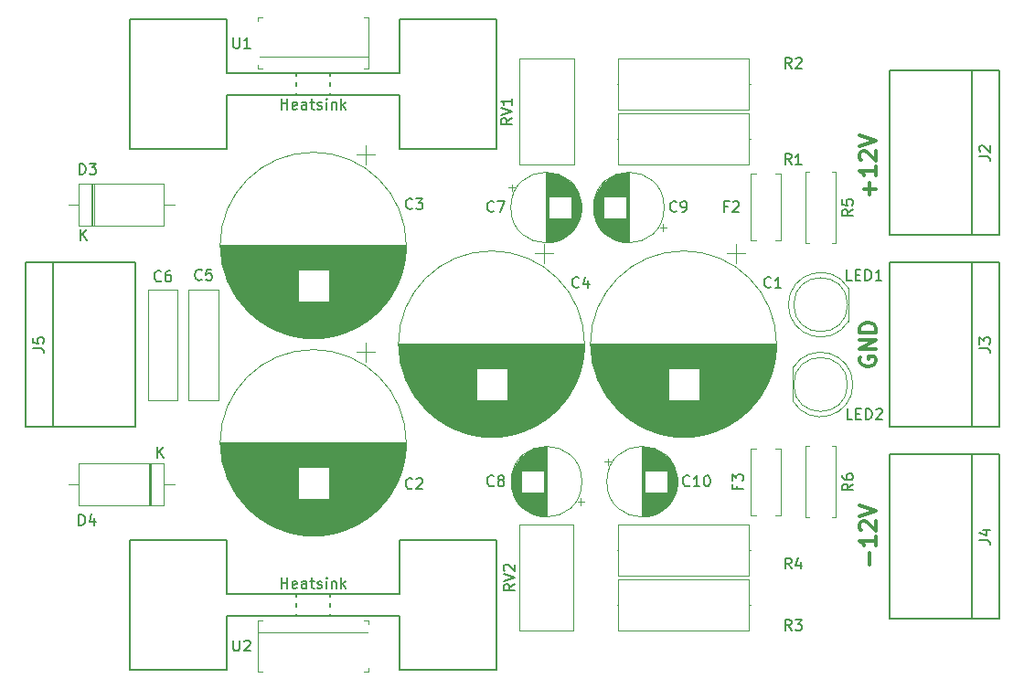
<source format=gbr>
G04 #@! TF.GenerationSoftware,KiCad,Pcbnew,(5.1.0)-1*
G04 #@! TF.CreationDate,2019-07-24T12:11:53+02:00*
G04 #@! TF.ProjectId,PSU - Filter,50535520-2d20-4466-996c-7465722e6b69,rev?*
G04 #@! TF.SameCoordinates,Original*
G04 #@! TF.FileFunction,Legend,Top*
G04 #@! TF.FilePolarity,Positive*
%FSLAX46Y46*%
G04 Gerber Fmt 4.6, Leading zero omitted, Abs format (unit mm)*
G04 Created by KiCad (PCBNEW (5.1.0)-1) date 2019-07-24 12:11:53*
%MOMM*%
%LPD*%
G04 APERTURE LIST*
%ADD10C,0.300000*%
%ADD11C,0.150000*%
%ADD12C,0.120000*%
%ADD13C,0.100000*%
G04 APERTURE END LIST*
D10*
X142982142Y-106782857D02*
X142982142Y-105640000D01*
X143553571Y-104140000D02*
X143553571Y-104997142D01*
X143553571Y-104568571D02*
X142053571Y-104568571D01*
X142267857Y-104711428D01*
X142410714Y-104854285D01*
X142482142Y-104997142D01*
X142196428Y-103568571D02*
X142125000Y-103497142D01*
X142053571Y-103354285D01*
X142053571Y-102997142D01*
X142125000Y-102854285D01*
X142196428Y-102782857D01*
X142339285Y-102711428D01*
X142482142Y-102711428D01*
X142696428Y-102782857D01*
X143553571Y-103640000D01*
X143553571Y-102711428D01*
X142053571Y-102282857D02*
X143553571Y-101782857D01*
X142053571Y-101282857D01*
X142125000Y-87502857D02*
X142053571Y-87645714D01*
X142053571Y-87860000D01*
X142125000Y-88074285D01*
X142267857Y-88217142D01*
X142410714Y-88288571D01*
X142696428Y-88360000D01*
X142910714Y-88360000D01*
X143196428Y-88288571D01*
X143339285Y-88217142D01*
X143482142Y-88074285D01*
X143553571Y-87860000D01*
X143553571Y-87717142D01*
X143482142Y-87502857D01*
X143410714Y-87431428D01*
X142910714Y-87431428D01*
X142910714Y-87717142D01*
X143553571Y-86788571D02*
X142053571Y-86788571D01*
X143553571Y-85931428D01*
X142053571Y-85931428D01*
X143553571Y-85217142D02*
X142053571Y-85217142D01*
X142053571Y-84860000D01*
X142125000Y-84645714D01*
X142267857Y-84502857D01*
X142410714Y-84431428D01*
X142696428Y-84360000D01*
X142910714Y-84360000D01*
X143196428Y-84431428D01*
X143339285Y-84502857D01*
X143482142Y-84645714D01*
X143553571Y-84860000D01*
X143553571Y-85217142D01*
X142982142Y-72492857D02*
X142982142Y-71350000D01*
X143553571Y-71921428D02*
X142410714Y-71921428D01*
X143553571Y-69850000D02*
X143553571Y-70707142D01*
X143553571Y-70278571D02*
X142053571Y-70278571D01*
X142267857Y-70421428D01*
X142410714Y-70564285D01*
X142482142Y-70707142D01*
X142196428Y-69278571D02*
X142125000Y-69207142D01*
X142053571Y-69064285D01*
X142053571Y-68707142D01*
X142125000Y-68564285D01*
X142196428Y-68492857D01*
X142339285Y-68421428D01*
X142482142Y-68421428D01*
X142696428Y-68492857D01*
X143553571Y-69350000D01*
X143553571Y-68421428D01*
X142053571Y-67992857D02*
X143553571Y-67492857D01*
X142053571Y-66992857D01*
D11*
X83440000Y-61230000D02*
X99440000Y-61230000D01*
X99440000Y-63230000D02*
X83440000Y-63230000D01*
X99440000Y-61230000D02*
X99440000Y-56230000D01*
X99440000Y-63230000D02*
X99440000Y-68230000D01*
X99440000Y-56230000D02*
X108440000Y-56230000D01*
X108440000Y-56230000D02*
X108440000Y-68230000D01*
X108440000Y-68230000D02*
X99440000Y-68230000D01*
X83440000Y-61230000D02*
X83440000Y-56230000D01*
X83440000Y-56230000D02*
X74440000Y-56230000D01*
X74440000Y-56230000D02*
X74440000Y-68230000D01*
X74440000Y-68230000D02*
X83440000Y-68230000D01*
X83440000Y-68230000D02*
X83440000Y-63230000D01*
X89840000Y-63230000D02*
X89840000Y-63030000D01*
X89840000Y-62430000D02*
X89840000Y-62080000D01*
X89840000Y-61230000D02*
X89840000Y-61430000D01*
X93040000Y-63230000D02*
X93040000Y-63030000D01*
X93040000Y-62430000D02*
X93040000Y-62030000D01*
X93040000Y-61230000D02*
X93040000Y-61430000D01*
X93040000Y-109490000D02*
X93040000Y-109690000D01*
X93040000Y-110690000D02*
X93040000Y-110290000D01*
X93040000Y-111490000D02*
X93040000Y-111290000D01*
X89840000Y-109490000D02*
X89840000Y-109690000D01*
X89840000Y-110690000D02*
X89840000Y-110340000D01*
X89840000Y-111490000D02*
X89840000Y-111290000D01*
X83440000Y-116490000D02*
X83440000Y-111490000D01*
X74440000Y-116490000D02*
X83440000Y-116490000D01*
X74440000Y-104490000D02*
X74440000Y-116490000D01*
X83440000Y-104490000D02*
X74440000Y-104490000D01*
X83440000Y-109490000D02*
X83440000Y-104490000D01*
X108440000Y-116490000D02*
X99440000Y-116490000D01*
X108440000Y-104490000D02*
X108440000Y-116490000D01*
X99440000Y-104490000D02*
X108440000Y-104490000D01*
X99440000Y-111490000D02*
X99440000Y-116490000D01*
X99440000Y-109490000D02*
X99440000Y-104490000D01*
X99440000Y-111490000D02*
X83440000Y-111490000D01*
X83440000Y-109490000D02*
X99440000Y-109490000D01*
D12*
X134350000Y-86300000D02*
G75*
G03X134350000Y-86300000I-8620000J0D01*
G01*
X134311000Y-86300000D02*
X117149000Y-86300000D01*
X134310000Y-86340000D02*
X117150000Y-86340000D01*
X134310000Y-86380000D02*
X117150000Y-86380000D01*
X134310000Y-86420000D02*
X117150000Y-86420000D01*
X134309000Y-86460000D02*
X117151000Y-86460000D01*
X134308000Y-86500000D02*
X117152000Y-86500000D01*
X134307000Y-86540000D02*
X117153000Y-86540000D01*
X134306000Y-86580000D02*
X117154000Y-86580000D01*
X134305000Y-86620000D02*
X117155000Y-86620000D01*
X134303000Y-86660000D02*
X117157000Y-86660000D01*
X134301000Y-86700000D02*
X117159000Y-86700000D01*
X134299000Y-86740000D02*
X117161000Y-86740000D01*
X134297000Y-86780000D02*
X117163000Y-86780000D01*
X134295000Y-86820000D02*
X117165000Y-86820000D01*
X134292000Y-86860000D02*
X117168000Y-86860000D01*
X134290000Y-86900000D02*
X117170000Y-86900000D01*
X134287000Y-86940000D02*
X117173000Y-86940000D01*
X134284000Y-86980000D02*
X117176000Y-86980000D01*
X134280000Y-87021000D02*
X117180000Y-87021000D01*
X134277000Y-87061000D02*
X117183000Y-87061000D01*
X134273000Y-87101000D02*
X117187000Y-87101000D01*
X134269000Y-87141000D02*
X117191000Y-87141000D01*
X134265000Y-87181000D02*
X117195000Y-87181000D01*
X134261000Y-87221000D02*
X117199000Y-87221000D01*
X134257000Y-87261000D02*
X117203000Y-87261000D01*
X134252000Y-87301000D02*
X117208000Y-87301000D01*
X134248000Y-87341000D02*
X117212000Y-87341000D01*
X134243000Y-87381000D02*
X117217000Y-87381000D01*
X134237000Y-87421000D02*
X117223000Y-87421000D01*
X134232000Y-87461000D02*
X117228000Y-87461000D01*
X134227000Y-87501000D02*
X117233000Y-87501000D01*
X134221000Y-87541000D02*
X117239000Y-87541000D01*
X134215000Y-87581000D02*
X117245000Y-87581000D01*
X134209000Y-87621000D02*
X117251000Y-87621000D01*
X134203000Y-87661000D02*
X117257000Y-87661000D01*
X134196000Y-87701000D02*
X117264000Y-87701000D01*
X134189000Y-87741000D02*
X117271000Y-87741000D01*
X134182000Y-87781000D02*
X117278000Y-87781000D01*
X134175000Y-87821000D02*
X117285000Y-87821000D01*
X134168000Y-87861000D02*
X117292000Y-87861000D01*
X134161000Y-87901000D02*
X117299000Y-87901000D01*
X134153000Y-87941000D02*
X117307000Y-87941000D01*
X134145000Y-87981000D02*
X117315000Y-87981000D01*
X134137000Y-88021000D02*
X117323000Y-88021000D01*
X134129000Y-88061000D02*
X117331000Y-88061000D01*
X134120000Y-88101000D02*
X117340000Y-88101000D01*
X134112000Y-88141000D02*
X117348000Y-88141000D01*
X134103000Y-88181000D02*
X117357000Y-88181000D01*
X134094000Y-88221000D02*
X117366000Y-88221000D01*
X134085000Y-88261000D02*
X117375000Y-88261000D01*
X134075000Y-88301000D02*
X117385000Y-88301000D01*
X134066000Y-88341000D02*
X117394000Y-88341000D01*
X134056000Y-88381000D02*
X117404000Y-88381000D01*
X134046000Y-88421000D02*
X117414000Y-88421000D01*
X134035000Y-88461000D02*
X117425000Y-88461000D01*
X134025000Y-88501000D02*
X117435000Y-88501000D01*
X134014000Y-88541000D02*
X117446000Y-88541000D01*
X134004000Y-88581000D02*
X117456000Y-88581000D01*
X133992000Y-88621000D02*
X127170000Y-88621000D01*
X124290000Y-88621000D02*
X117468000Y-88621000D01*
X133981000Y-88661000D02*
X127170000Y-88661000D01*
X124290000Y-88661000D02*
X117479000Y-88661000D01*
X133970000Y-88701000D02*
X127170000Y-88701000D01*
X124290000Y-88701000D02*
X117490000Y-88701000D01*
X133958000Y-88741000D02*
X127170000Y-88741000D01*
X124290000Y-88741000D02*
X117502000Y-88741000D01*
X133946000Y-88781000D02*
X127170000Y-88781000D01*
X124290000Y-88781000D02*
X117514000Y-88781000D01*
X133934000Y-88821000D02*
X127170000Y-88821000D01*
X124290000Y-88821000D02*
X117526000Y-88821000D01*
X133922000Y-88861000D02*
X127170000Y-88861000D01*
X124290000Y-88861000D02*
X117538000Y-88861000D01*
X133909000Y-88901000D02*
X127170000Y-88901000D01*
X124290000Y-88901000D02*
X117551000Y-88901000D01*
X133896000Y-88941000D02*
X127170000Y-88941000D01*
X124290000Y-88941000D02*
X117564000Y-88941000D01*
X133883000Y-88981000D02*
X127170000Y-88981000D01*
X124290000Y-88981000D02*
X117577000Y-88981000D01*
X133870000Y-89021000D02*
X127170000Y-89021000D01*
X124290000Y-89021000D02*
X117590000Y-89021000D01*
X133857000Y-89061000D02*
X127170000Y-89061000D01*
X124290000Y-89061000D02*
X117603000Y-89061000D01*
X133843000Y-89101000D02*
X127170000Y-89101000D01*
X124290000Y-89101000D02*
X117617000Y-89101000D01*
X133829000Y-89141000D02*
X127170000Y-89141000D01*
X124290000Y-89141000D02*
X117631000Y-89141000D01*
X133815000Y-89181000D02*
X127170000Y-89181000D01*
X124290000Y-89181000D02*
X117645000Y-89181000D01*
X133801000Y-89221000D02*
X127170000Y-89221000D01*
X124290000Y-89221000D02*
X117659000Y-89221000D01*
X133786000Y-89261000D02*
X127170000Y-89261000D01*
X124290000Y-89261000D02*
X117674000Y-89261000D01*
X133772000Y-89301000D02*
X127170000Y-89301000D01*
X124290000Y-89301000D02*
X117688000Y-89301000D01*
X133757000Y-89341000D02*
X127170000Y-89341000D01*
X124290000Y-89341000D02*
X117703000Y-89341000D01*
X133741000Y-89381000D02*
X127170000Y-89381000D01*
X124290000Y-89381000D02*
X117719000Y-89381000D01*
X133726000Y-89421000D02*
X127170000Y-89421000D01*
X124290000Y-89421000D02*
X117734000Y-89421000D01*
X133710000Y-89461000D02*
X127170000Y-89461000D01*
X124290000Y-89461000D02*
X117750000Y-89461000D01*
X133695000Y-89501000D02*
X127170000Y-89501000D01*
X124290000Y-89501000D02*
X117765000Y-89501000D01*
X133678000Y-89541000D02*
X127170000Y-89541000D01*
X124290000Y-89541000D02*
X117782000Y-89541000D01*
X133662000Y-89581000D02*
X127170000Y-89581000D01*
X124290000Y-89581000D02*
X117798000Y-89581000D01*
X133645000Y-89621000D02*
X127170000Y-89621000D01*
X124290000Y-89621000D02*
X117815000Y-89621000D01*
X133629000Y-89661000D02*
X127170000Y-89661000D01*
X124290000Y-89661000D02*
X117831000Y-89661000D01*
X133612000Y-89701000D02*
X127170000Y-89701000D01*
X124290000Y-89701000D02*
X117848000Y-89701000D01*
X133594000Y-89741000D02*
X127170000Y-89741000D01*
X124290000Y-89741000D02*
X117866000Y-89741000D01*
X133577000Y-89781000D02*
X127170000Y-89781000D01*
X124290000Y-89781000D02*
X117883000Y-89781000D01*
X133559000Y-89821000D02*
X127170000Y-89821000D01*
X124290000Y-89821000D02*
X117901000Y-89821000D01*
X133541000Y-89861000D02*
X127170000Y-89861000D01*
X124290000Y-89861000D02*
X117919000Y-89861000D01*
X133523000Y-89901000D02*
X127170000Y-89901000D01*
X124290000Y-89901000D02*
X117937000Y-89901000D01*
X133504000Y-89941000D02*
X127170000Y-89941000D01*
X124290000Y-89941000D02*
X117956000Y-89941000D01*
X133485000Y-89981000D02*
X127170000Y-89981000D01*
X124290000Y-89981000D02*
X117975000Y-89981000D01*
X133466000Y-90021000D02*
X127170000Y-90021000D01*
X124290000Y-90021000D02*
X117994000Y-90021000D01*
X133447000Y-90061000D02*
X127170000Y-90061000D01*
X124290000Y-90061000D02*
X118013000Y-90061000D01*
X133428000Y-90101000D02*
X127170000Y-90101000D01*
X124290000Y-90101000D02*
X118032000Y-90101000D01*
X133408000Y-90141000D02*
X127170000Y-90141000D01*
X124290000Y-90141000D02*
X118052000Y-90141000D01*
X133388000Y-90181000D02*
X127170000Y-90181000D01*
X124290000Y-90181000D02*
X118072000Y-90181000D01*
X133368000Y-90221000D02*
X127170000Y-90221000D01*
X124290000Y-90221000D02*
X118092000Y-90221000D01*
X133347000Y-90261000D02*
X127170000Y-90261000D01*
X124290000Y-90261000D02*
X118113000Y-90261000D01*
X133326000Y-90301000D02*
X127170000Y-90301000D01*
X124290000Y-90301000D02*
X118134000Y-90301000D01*
X133305000Y-90341000D02*
X127170000Y-90341000D01*
X124290000Y-90341000D02*
X118155000Y-90341000D01*
X133284000Y-90381000D02*
X127170000Y-90381000D01*
X124290000Y-90381000D02*
X118176000Y-90381000D01*
X133262000Y-90421000D02*
X127170000Y-90421000D01*
X124290000Y-90421000D02*
X118198000Y-90421000D01*
X133240000Y-90461000D02*
X127170000Y-90461000D01*
X124290000Y-90461000D02*
X118220000Y-90461000D01*
X133218000Y-90501000D02*
X127170000Y-90501000D01*
X124290000Y-90501000D02*
X118242000Y-90501000D01*
X133196000Y-90541000D02*
X127170000Y-90541000D01*
X124290000Y-90541000D02*
X118264000Y-90541000D01*
X133173000Y-90581000D02*
X127170000Y-90581000D01*
X124290000Y-90581000D02*
X118287000Y-90581000D01*
X133150000Y-90621000D02*
X127170000Y-90621000D01*
X124290000Y-90621000D02*
X118310000Y-90621000D01*
X133127000Y-90661000D02*
X127170000Y-90661000D01*
X124290000Y-90661000D02*
X118333000Y-90661000D01*
X133103000Y-90701000D02*
X127170000Y-90701000D01*
X124290000Y-90701000D02*
X118357000Y-90701000D01*
X133079000Y-90741000D02*
X127170000Y-90741000D01*
X124290000Y-90741000D02*
X118381000Y-90741000D01*
X133055000Y-90781000D02*
X127170000Y-90781000D01*
X124290000Y-90781000D02*
X118405000Y-90781000D01*
X133030000Y-90821000D02*
X127170000Y-90821000D01*
X124290000Y-90821000D02*
X118430000Y-90821000D01*
X133006000Y-90861000D02*
X127170000Y-90861000D01*
X124290000Y-90861000D02*
X118454000Y-90861000D01*
X132981000Y-90901000D02*
X127170000Y-90901000D01*
X124290000Y-90901000D02*
X118479000Y-90901000D01*
X132955000Y-90941000D02*
X127170000Y-90941000D01*
X124290000Y-90941000D02*
X118505000Y-90941000D01*
X132929000Y-90981000D02*
X127170000Y-90981000D01*
X124290000Y-90981000D02*
X118531000Y-90981000D01*
X132903000Y-91021000D02*
X127170000Y-91021000D01*
X124290000Y-91021000D02*
X118557000Y-91021000D01*
X132877000Y-91061000D02*
X127170000Y-91061000D01*
X124290000Y-91061000D02*
X118583000Y-91061000D01*
X132850000Y-91101000D02*
X127170000Y-91101000D01*
X124290000Y-91101000D02*
X118610000Y-91101000D01*
X132823000Y-91141000D02*
X127170000Y-91141000D01*
X124290000Y-91141000D02*
X118637000Y-91141000D01*
X132796000Y-91181000D02*
X127170000Y-91181000D01*
X124290000Y-91181000D02*
X118664000Y-91181000D01*
X132768000Y-91221000D02*
X127170000Y-91221000D01*
X124290000Y-91221000D02*
X118692000Y-91221000D01*
X132741000Y-91261000D02*
X127170000Y-91261000D01*
X124290000Y-91261000D02*
X118719000Y-91261000D01*
X132712000Y-91301000D02*
X127170000Y-91301000D01*
X124290000Y-91301000D02*
X118748000Y-91301000D01*
X132684000Y-91341000D02*
X127170000Y-91341000D01*
X124290000Y-91341000D02*
X118776000Y-91341000D01*
X132655000Y-91381000D02*
X127170000Y-91381000D01*
X124290000Y-91381000D02*
X118805000Y-91381000D01*
X132625000Y-91421000D02*
X127170000Y-91421000D01*
X124290000Y-91421000D02*
X118835000Y-91421000D01*
X132595000Y-91461000D02*
X127170000Y-91461000D01*
X124290000Y-91461000D02*
X118865000Y-91461000D01*
X132565000Y-91501000D02*
X118895000Y-91501000D01*
X132535000Y-91541000D02*
X118925000Y-91541000D01*
X132504000Y-91581000D02*
X118956000Y-91581000D01*
X132473000Y-91621000D02*
X118987000Y-91621000D01*
X132441000Y-91661000D02*
X119019000Y-91661000D01*
X132409000Y-91701000D02*
X119051000Y-91701000D01*
X132377000Y-91741000D02*
X119083000Y-91741000D01*
X132344000Y-91781000D02*
X119116000Y-91781000D01*
X132311000Y-91821000D02*
X119149000Y-91821000D01*
X132278000Y-91861000D02*
X119182000Y-91861000D01*
X132244000Y-91901000D02*
X119216000Y-91901000D01*
X132209000Y-91941000D02*
X119251000Y-91941000D01*
X132174000Y-91981000D02*
X119286000Y-91981000D01*
X132139000Y-92021000D02*
X119321000Y-92021000D01*
X132104000Y-92061000D02*
X119356000Y-92061000D01*
X132067000Y-92101000D02*
X119393000Y-92101000D01*
X132031000Y-92141000D02*
X119429000Y-92141000D01*
X131994000Y-92181000D02*
X119466000Y-92181000D01*
X131956000Y-92221000D02*
X119504000Y-92221000D01*
X131918000Y-92261000D02*
X119542000Y-92261000D01*
X131880000Y-92301000D02*
X119580000Y-92301000D01*
X131841000Y-92341000D02*
X119619000Y-92341000D01*
X131801000Y-92381000D02*
X119659000Y-92381000D01*
X131761000Y-92421000D02*
X119699000Y-92421000D01*
X131720000Y-92461000D02*
X119740000Y-92461000D01*
X131679000Y-92501000D02*
X119781000Y-92501000D01*
X131637000Y-92541000D02*
X119823000Y-92541000D01*
X131595000Y-92581000D02*
X119865000Y-92581000D01*
X131552000Y-92621000D02*
X119908000Y-92621000D01*
X131509000Y-92661000D02*
X119951000Y-92661000D01*
X131465000Y-92701000D02*
X119995000Y-92701000D01*
X131420000Y-92741000D02*
X120040000Y-92741000D01*
X131375000Y-92781000D02*
X120085000Y-92781000D01*
X131329000Y-92821000D02*
X120131000Y-92821000D01*
X131283000Y-92861000D02*
X120177000Y-92861000D01*
X131235000Y-92901000D02*
X120225000Y-92901000D01*
X131187000Y-92941000D02*
X120273000Y-92941000D01*
X131139000Y-92981000D02*
X120321000Y-92981000D01*
X131089000Y-93021000D02*
X120371000Y-93021000D01*
X131039000Y-93061000D02*
X120421000Y-93061000D01*
X130988000Y-93101000D02*
X120472000Y-93101000D01*
X130936000Y-93141000D02*
X120524000Y-93141000D01*
X130884000Y-93181000D02*
X120576000Y-93181000D01*
X130830000Y-93221000D02*
X120630000Y-93221000D01*
X130776000Y-93261000D02*
X120684000Y-93261000D01*
X130721000Y-93301000D02*
X120739000Y-93301000D01*
X130665000Y-93341000D02*
X120795000Y-93341000D01*
X130608000Y-93381000D02*
X120852000Y-93381000D01*
X130550000Y-93421000D02*
X120910000Y-93421000D01*
X130490000Y-93461000D02*
X120970000Y-93461000D01*
X130430000Y-93501000D02*
X121030000Y-93501000D01*
X130369000Y-93541000D02*
X121091000Y-93541000D01*
X130306000Y-93581000D02*
X121154000Y-93581000D01*
X130243000Y-93621000D02*
X121217000Y-93621000D01*
X130178000Y-93661000D02*
X121282000Y-93661000D01*
X130111000Y-93701000D02*
X121349000Y-93701000D01*
X130044000Y-93741000D02*
X121416000Y-93741000D01*
X129975000Y-93781000D02*
X121485000Y-93781000D01*
X129904000Y-93821000D02*
X121556000Y-93821000D01*
X129832000Y-93861000D02*
X121628000Y-93861000D01*
X129758000Y-93901000D02*
X121702000Y-93901000D01*
X129682000Y-93941000D02*
X121778000Y-93941000D01*
X129605000Y-93981000D02*
X121855000Y-93981000D01*
X129525000Y-94021000D02*
X121935000Y-94021000D01*
X129444000Y-94061000D02*
X122016000Y-94061000D01*
X129360000Y-94101000D02*
X122100000Y-94101000D01*
X129274000Y-94141000D02*
X122186000Y-94141000D01*
X129185000Y-94181000D02*
X122275000Y-94181000D01*
X129093000Y-94221000D02*
X122367000Y-94221000D01*
X128998000Y-94261000D02*
X122462000Y-94261000D01*
X128901000Y-94301000D02*
X122559000Y-94301000D01*
X128799000Y-94341000D02*
X122661000Y-94341000D01*
X128693000Y-94381000D02*
X122767000Y-94381000D01*
X128584000Y-94421000D02*
X122876000Y-94421000D01*
X128469000Y-94461000D02*
X122991000Y-94461000D01*
X128348000Y-94500000D02*
X123112000Y-94500000D01*
X128222000Y-94540000D02*
X123238000Y-94540000D01*
X128088000Y-94580000D02*
X123372000Y-94580000D01*
X127945000Y-94620000D02*
X123515000Y-94620000D01*
X127792000Y-94660000D02*
X123668000Y-94660000D01*
X127626000Y-94700000D02*
X123834000Y-94700000D01*
X127443000Y-94740000D02*
X124017000Y-94740000D01*
X127238000Y-94780000D02*
X124222000Y-94780000D01*
X127000000Y-94820000D02*
X124460000Y-94820000D01*
X126706000Y-94860000D02*
X124754000Y-94860000D01*
X126277000Y-94900000D02*
X125183000Y-94900000D01*
X130565000Y-77075534D02*
X130565000Y-78775534D01*
X131415000Y-77925534D02*
X129715000Y-77925534D01*
X97125000Y-87069534D02*
X95425000Y-87069534D01*
X96275000Y-86219534D02*
X96275000Y-87919534D01*
X91987000Y-104044000D02*
X90893000Y-104044000D01*
X92416000Y-104004000D02*
X90464000Y-104004000D01*
X92710000Y-103964000D02*
X90170000Y-103964000D01*
X92948000Y-103924000D02*
X89932000Y-103924000D01*
X93153000Y-103884000D02*
X89727000Y-103884000D01*
X93336000Y-103844000D02*
X89544000Y-103844000D01*
X93502000Y-103804000D02*
X89378000Y-103804000D01*
X93655000Y-103764000D02*
X89225000Y-103764000D01*
X93798000Y-103724000D02*
X89082000Y-103724000D01*
X93932000Y-103684000D02*
X88948000Y-103684000D01*
X94058000Y-103644000D02*
X88822000Y-103644000D01*
X94179000Y-103605000D02*
X88701000Y-103605000D01*
X94294000Y-103565000D02*
X88586000Y-103565000D01*
X94403000Y-103525000D02*
X88477000Y-103525000D01*
X94509000Y-103485000D02*
X88371000Y-103485000D01*
X94611000Y-103445000D02*
X88269000Y-103445000D01*
X94708000Y-103405000D02*
X88172000Y-103405000D01*
X94803000Y-103365000D02*
X88077000Y-103365000D01*
X94895000Y-103325000D02*
X87985000Y-103325000D01*
X94984000Y-103285000D02*
X87896000Y-103285000D01*
X95070000Y-103245000D02*
X87810000Y-103245000D01*
X95154000Y-103205000D02*
X87726000Y-103205000D01*
X95235000Y-103165000D02*
X87645000Y-103165000D01*
X95315000Y-103125000D02*
X87565000Y-103125000D01*
X95392000Y-103085000D02*
X87488000Y-103085000D01*
X95468000Y-103045000D02*
X87412000Y-103045000D01*
X95542000Y-103005000D02*
X87338000Y-103005000D01*
X95614000Y-102965000D02*
X87266000Y-102965000D01*
X95685000Y-102925000D02*
X87195000Y-102925000D01*
X95754000Y-102885000D02*
X87126000Y-102885000D01*
X95821000Y-102845000D02*
X87059000Y-102845000D01*
X95888000Y-102805000D02*
X86992000Y-102805000D01*
X95953000Y-102765000D02*
X86927000Y-102765000D01*
X96016000Y-102725000D02*
X86864000Y-102725000D01*
X96079000Y-102685000D02*
X86801000Y-102685000D01*
X96140000Y-102645000D02*
X86740000Y-102645000D01*
X96200000Y-102605000D02*
X86680000Y-102605000D01*
X96260000Y-102565000D02*
X86620000Y-102565000D01*
X96318000Y-102525000D02*
X86562000Y-102525000D01*
X96375000Y-102485000D02*
X86505000Y-102485000D01*
X96431000Y-102445000D02*
X86449000Y-102445000D01*
X96486000Y-102405000D02*
X86394000Y-102405000D01*
X96540000Y-102365000D02*
X86340000Y-102365000D01*
X96594000Y-102325000D02*
X86286000Y-102325000D01*
X96646000Y-102285000D02*
X86234000Y-102285000D01*
X96698000Y-102245000D02*
X86182000Y-102245000D01*
X96749000Y-102205000D02*
X86131000Y-102205000D01*
X96799000Y-102165000D02*
X86081000Y-102165000D01*
X96849000Y-102125000D02*
X86031000Y-102125000D01*
X96897000Y-102085000D02*
X85983000Y-102085000D01*
X96945000Y-102045000D02*
X85935000Y-102045000D01*
X96993000Y-102005000D02*
X85887000Y-102005000D01*
X97039000Y-101965000D02*
X85841000Y-101965000D01*
X97085000Y-101925000D02*
X85795000Y-101925000D01*
X97130000Y-101885000D02*
X85750000Y-101885000D01*
X97175000Y-101845000D02*
X85705000Y-101845000D01*
X97219000Y-101805000D02*
X85661000Y-101805000D01*
X97262000Y-101765000D02*
X85618000Y-101765000D01*
X97305000Y-101725000D02*
X85575000Y-101725000D01*
X97347000Y-101685000D02*
X85533000Y-101685000D01*
X97389000Y-101645000D02*
X85491000Y-101645000D01*
X97430000Y-101605000D02*
X85450000Y-101605000D01*
X97471000Y-101565000D02*
X85409000Y-101565000D01*
X97511000Y-101525000D02*
X85369000Y-101525000D01*
X97551000Y-101485000D02*
X85329000Y-101485000D01*
X97590000Y-101445000D02*
X85290000Y-101445000D01*
X97628000Y-101405000D02*
X85252000Y-101405000D01*
X97666000Y-101365000D02*
X85214000Y-101365000D01*
X97704000Y-101325000D02*
X85176000Y-101325000D01*
X97741000Y-101285000D02*
X85139000Y-101285000D01*
X97777000Y-101245000D02*
X85103000Y-101245000D01*
X97814000Y-101205000D02*
X85066000Y-101205000D01*
X97849000Y-101165000D02*
X85031000Y-101165000D01*
X97884000Y-101125000D02*
X84996000Y-101125000D01*
X97919000Y-101085000D02*
X84961000Y-101085000D01*
X97954000Y-101045000D02*
X84926000Y-101045000D01*
X97988000Y-101005000D02*
X84892000Y-101005000D01*
X98021000Y-100965000D02*
X84859000Y-100965000D01*
X98054000Y-100925000D02*
X84826000Y-100925000D01*
X98087000Y-100885000D02*
X84793000Y-100885000D01*
X98119000Y-100845000D02*
X84761000Y-100845000D01*
X98151000Y-100805000D02*
X84729000Y-100805000D01*
X98183000Y-100765000D02*
X84697000Y-100765000D01*
X98214000Y-100725000D02*
X84666000Y-100725000D01*
X98245000Y-100685000D02*
X84635000Y-100685000D01*
X98275000Y-100645000D02*
X84605000Y-100645000D01*
X90000000Y-100605000D02*
X84575000Y-100605000D01*
X98305000Y-100605000D02*
X92880000Y-100605000D01*
X90000000Y-100565000D02*
X84545000Y-100565000D01*
X98335000Y-100565000D02*
X92880000Y-100565000D01*
X90000000Y-100525000D02*
X84515000Y-100525000D01*
X98365000Y-100525000D02*
X92880000Y-100525000D01*
X90000000Y-100485000D02*
X84486000Y-100485000D01*
X98394000Y-100485000D02*
X92880000Y-100485000D01*
X90000000Y-100445000D02*
X84458000Y-100445000D01*
X98422000Y-100445000D02*
X92880000Y-100445000D01*
X90000000Y-100405000D02*
X84429000Y-100405000D01*
X98451000Y-100405000D02*
X92880000Y-100405000D01*
X90000000Y-100365000D02*
X84402000Y-100365000D01*
X98478000Y-100365000D02*
X92880000Y-100365000D01*
X90000000Y-100325000D02*
X84374000Y-100325000D01*
X98506000Y-100325000D02*
X92880000Y-100325000D01*
X90000000Y-100285000D02*
X84347000Y-100285000D01*
X98533000Y-100285000D02*
X92880000Y-100285000D01*
X90000000Y-100245000D02*
X84320000Y-100245000D01*
X98560000Y-100245000D02*
X92880000Y-100245000D01*
X90000000Y-100205000D02*
X84293000Y-100205000D01*
X98587000Y-100205000D02*
X92880000Y-100205000D01*
X90000000Y-100165000D02*
X84267000Y-100165000D01*
X98613000Y-100165000D02*
X92880000Y-100165000D01*
X90000000Y-100125000D02*
X84241000Y-100125000D01*
X98639000Y-100125000D02*
X92880000Y-100125000D01*
X90000000Y-100085000D02*
X84215000Y-100085000D01*
X98665000Y-100085000D02*
X92880000Y-100085000D01*
X90000000Y-100045000D02*
X84189000Y-100045000D01*
X98691000Y-100045000D02*
X92880000Y-100045000D01*
X90000000Y-100005000D02*
X84164000Y-100005000D01*
X98716000Y-100005000D02*
X92880000Y-100005000D01*
X90000000Y-99965000D02*
X84140000Y-99965000D01*
X98740000Y-99965000D02*
X92880000Y-99965000D01*
X90000000Y-99925000D02*
X84115000Y-99925000D01*
X98765000Y-99925000D02*
X92880000Y-99925000D01*
X90000000Y-99885000D02*
X84091000Y-99885000D01*
X98789000Y-99885000D02*
X92880000Y-99885000D01*
X90000000Y-99845000D02*
X84067000Y-99845000D01*
X98813000Y-99845000D02*
X92880000Y-99845000D01*
X90000000Y-99805000D02*
X84043000Y-99805000D01*
X98837000Y-99805000D02*
X92880000Y-99805000D01*
X90000000Y-99765000D02*
X84020000Y-99765000D01*
X98860000Y-99765000D02*
X92880000Y-99765000D01*
X90000000Y-99725000D02*
X83997000Y-99725000D01*
X98883000Y-99725000D02*
X92880000Y-99725000D01*
X90000000Y-99685000D02*
X83974000Y-99685000D01*
X98906000Y-99685000D02*
X92880000Y-99685000D01*
X90000000Y-99645000D02*
X83952000Y-99645000D01*
X98928000Y-99645000D02*
X92880000Y-99645000D01*
X90000000Y-99605000D02*
X83930000Y-99605000D01*
X98950000Y-99605000D02*
X92880000Y-99605000D01*
X90000000Y-99565000D02*
X83908000Y-99565000D01*
X98972000Y-99565000D02*
X92880000Y-99565000D01*
X90000000Y-99525000D02*
X83886000Y-99525000D01*
X98994000Y-99525000D02*
X92880000Y-99525000D01*
X90000000Y-99485000D02*
X83865000Y-99485000D01*
X99015000Y-99485000D02*
X92880000Y-99485000D01*
X90000000Y-99445000D02*
X83844000Y-99445000D01*
X99036000Y-99445000D02*
X92880000Y-99445000D01*
X90000000Y-99405000D02*
X83823000Y-99405000D01*
X99057000Y-99405000D02*
X92880000Y-99405000D01*
X90000000Y-99365000D02*
X83802000Y-99365000D01*
X99078000Y-99365000D02*
X92880000Y-99365000D01*
X90000000Y-99325000D02*
X83782000Y-99325000D01*
X99098000Y-99325000D02*
X92880000Y-99325000D01*
X90000000Y-99285000D02*
X83762000Y-99285000D01*
X99118000Y-99285000D02*
X92880000Y-99285000D01*
X90000000Y-99245000D02*
X83742000Y-99245000D01*
X99138000Y-99245000D02*
X92880000Y-99245000D01*
X90000000Y-99205000D02*
X83723000Y-99205000D01*
X99157000Y-99205000D02*
X92880000Y-99205000D01*
X90000000Y-99165000D02*
X83704000Y-99165000D01*
X99176000Y-99165000D02*
X92880000Y-99165000D01*
X90000000Y-99125000D02*
X83685000Y-99125000D01*
X99195000Y-99125000D02*
X92880000Y-99125000D01*
X90000000Y-99085000D02*
X83666000Y-99085000D01*
X99214000Y-99085000D02*
X92880000Y-99085000D01*
X90000000Y-99045000D02*
X83647000Y-99045000D01*
X99233000Y-99045000D02*
X92880000Y-99045000D01*
X90000000Y-99005000D02*
X83629000Y-99005000D01*
X99251000Y-99005000D02*
X92880000Y-99005000D01*
X90000000Y-98965000D02*
X83611000Y-98965000D01*
X99269000Y-98965000D02*
X92880000Y-98965000D01*
X90000000Y-98925000D02*
X83593000Y-98925000D01*
X99287000Y-98925000D02*
X92880000Y-98925000D01*
X90000000Y-98885000D02*
X83576000Y-98885000D01*
X99304000Y-98885000D02*
X92880000Y-98885000D01*
X90000000Y-98845000D02*
X83558000Y-98845000D01*
X99322000Y-98845000D02*
X92880000Y-98845000D01*
X90000000Y-98805000D02*
X83541000Y-98805000D01*
X99339000Y-98805000D02*
X92880000Y-98805000D01*
X90000000Y-98765000D02*
X83525000Y-98765000D01*
X99355000Y-98765000D02*
X92880000Y-98765000D01*
X90000000Y-98725000D02*
X83508000Y-98725000D01*
X99372000Y-98725000D02*
X92880000Y-98725000D01*
X90000000Y-98685000D02*
X83492000Y-98685000D01*
X99388000Y-98685000D02*
X92880000Y-98685000D01*
X90000000Y-98645000D02*
X83475000Y-98645000D01*
X99405000Y-98645000D02*
X92880000Y-98645000D01*
X90000000Y-98605000D02*
X83460000Y-98605000D01*
X99420000Y-98605000D02*
X92880000Y-98605000D01*
X90000000Y-98565000D02*
X83444000Y-98565000D01*
X99436000Y-98565000D02*
X92880000Y-98565000D01*
X90000000Y-98525000D02*
X83429000Y-98525000D01*
X99451000Y-98525000D02*
X92880000Y-98525000D01*
X90000000Y-98485000D02*
X83413000Y-98485000D01*
X99467000Y-98485000D02*
X92880000Y-98485000D01*
X90000000Y-98445000D02*
X83398000Y-98445000D01*
X99482000Y-98445000D02*
X92880000Y-98445000D01*
X90000000Y-98405000D02*
X83384000Y-98405000D01*
X99496000Y-98405000D02*
X92880000Y-98405000D01*
X90000000Y-98365000D02*
X83369000Y-98365000D01*
X99511000Y-98365000D02*
X92880000Y-98365000D01*
X90000000Y-98325000D02*
X83355000Y-98325000D01*
X99525000Y-98325000D02*
X92880000Y-98325000D01*
X90000000Y-98285000D02*
X83341000Y-98285000D01*
X99539000Y-98285000D02*
X92880000Y-98285000D01*
X90000000Y-98245000D02*
X83327000Y-98245000D01*
X99553000Y-98245000D02*
X92880000Y-98245000D01*
X90000000Y-98205000D02*
X83313000Y-98205000D01*
X99567000Y-98205000D02*
X92880000Y-98205000D01*
X90000000Y-98165000D02*
X83300000Y-98165000D01*
X99580000Y-98165000D02*
X92880000Y-98165000D01*
X90000000Y-98125000D02*
X83287000Y-98125000D01*
X99593000Y-98125000D02*
X92880000Y-98125000D01*
X90000000Y-98085000D02*
X83274000Y-98085000D01*
X99606000Y-98085000D02*
X92880000Y-98085000D01*
X90000000Y-98045000D02*
X83261000Y-98045000D01*
X99619000Y-98045000D02*
X92880000Y-98045000D01*
X90000000Y-98005000D02*
X83248000Y-98005000D01*
X99632000Y-98005000D02*
X92880000Y-98005000D01*
X90000000Y-97965000D02*
X83236000Y-97965000D01*
X99644000Y-97965000D02*
X92880000Y-97965000D01*
X90000000Y-97925000D02*
X83224000Y-97925000D01*
X99656000Y-97925000D02*
X92880000Y-97925000D01*
X90000000Y-97885000D02*
X83212000Y-97885000D01*
X99668000Y-97885000D02*
X92880000Y-97885000D01*
X90000000Y-97845000D02*
X83200000Y-97845000D01*
X99680000Y-97845000D02*
X92880000Y-97845000D01*
X90000000Y-97805000D02*
X83189000Y-97805000D01*
X99691000Y-97805000D02*
X92880000Y-97805000D01*
X90000000Y-97765000D02*
X83178000Y-97765000D01*
X99702000Y-97765000D02*
X92880000Y-97765000D01*
X99714000Y-97725000D02*
X83166000Y-97725000D01*
X99724000Y-97685000D02*
X83156000Y-97685000D01*
X99735000Y-97645000D02*
X83145000Y-97645000D01*
X99745000Y-97605000D02*
X83135000Y-97605000D01*
X99756000Y-97565000D02*
X83124000Y-97565000D01*
X99766000Y-97525000D02*
X83114000Y-97525000D01*
X99776000Y-97485000D02*
X83104000Y-97485000D01*
X99785000Y-97445000D02*
X83095000Y-97445000D01*
X99795000Y-97405000D02*
X83085000Y-97405000D01*
X99804000Y-97365000D02*
X83076000Y-97365000D01*
X99813000Y-97325000D02*
X83067000Y-97325000D01*
X99822000Y-97285000D02*
X83058000Y-97285000D01*
X99830000Y-97245000D02*
X83050000Y-97245000D01*
X99839000Y-97205000D02*
X83041000Y-97205000D01*
X99847000Y-97165000D02*
X83033000Y-97165000D01*
X99855000Y-97125000D02*
X83025000Y-97125000D01*
X99863000Y-97085000D02*
X83017000Y-97085000D01*
X99871000Y-97045000D02*
X83009000Y-97045000D01*
X99878000Y-97005000D02*
X83002000Y-97005000D01*
X99885000Y-96965000D02*
X82995000Y-96965000D01*
X99892000Y-96925000D02*
X82988000Y-96925000D01*
X99899000Y-96885000D02*
X82981000Y-96885000D01*
X99906000Y-96845000D02*
X82974000Y-96845000D01*
X99913000Y-96805000D02*
X82967000Y-96805000D01*
X99919000Y-96765000D02*
X82961000Y-96765000D01*
X99925000Y-96725000D02*
X82955000Y-96725000D01*
X99931000Y-96685000D02*
X82949000Y-96685000D01*
X99937000Y-96645000D02*
X82943000Y-96645000D01*
X99942000Y-96605000D02*
X82938000Y-96605000D01*
X99947000Y-96565000D02*
X82933000Y-96565000D01*
X99953000Y-96525000D02*
X82927000Y-96525000D01*
X99958000Y-96485000D02*
X82922000Y-96485000D01*
X99962000Y-96445000D02*
X82918000Y-96445000D01*
X99967000Y-96405000D02*
X82913000Y-96405000D01*
X99971000Y-96365000D02*
X82909000Y-96365000D01*
X99975000Y-96325000D02*
X82905000Y-96325000D01*
X99979000Y-96285000D02*
X82901000Y-96285000D01*
X99983000Y-96245000D02*
X82897000Y-96245000D01*
X99987000Y-96205000D02*
X82893000Y-96205000D01*
X99990000Y-96165000D02*
X82890000Y-96165000D01*
X99994000Y-96124000D02*
X82886000Y-96124000D01*
X99997000Y-96084000D02*
X82883000Y-96084000D01*
X100000000Y-96044000D02*
X82880000Y-96044000D01*
X100002000Y-96004000D02*
X82878000Y-96004000D01*
X100005000Y-95964000D02*
X82875000Y-95964000D01*
X100007000Y-95924000D02*
X82873000Y-95924000D01*
X100009000Y-95884000D02*
X82871000Y-95884000D01*
X100011000Y-95844000D02*
X82869000Y-95844000D01*
X100013000Y-95804000D02*
X82867000Y-95804000D01*
X100015000Y-95764000D02*
X82865000Y-95764000D01*
X100016000Y-95724000D02*
X82864000Y-95724000D01*
X100017000Y-95684000D02*
X82863000Y-95684000D01*
X100018000Y-95644000D02*
X82862000Y-95644000D01*
X100019000Y-95604000D02*
X82861000Y-95604000D01*
X100020000Y-95564000D02*
X82860000Y-95564000D01*
X100020000Y-95524000D02*
X82860000Y-95524000D01*
X100020000Y-95484000D02*
X82860000Y-95484000D01*
X100021000Y-95444000D02*
X82859000Y-95444000D01*
X100060000Y-95444000D02*
G75*
G03X100060000Y-95444000I-8620000J0D01*
G01*
X100060000Y-77156000D02*
G75*
G03X100060000Y-77156000I-8620000J0D01*
G01*
X100021000Y-77156000D02*
X82859000Y-77156000D01*
X100020000Y-77196000D02*
X82860000Y-77196000D01*
X100020000Y-77236000D02*
X82860000Y-77236000D01*
X100020000Y-77276000D02*
X82860000Y-77276000D01*
X100019000Y-77316000D02*
X82861000Y-77316000D01*
X100018000Y-77356000D02*
X82862000Y-77356000D01*
X100017000Y-77396000D02*
X82863000Y-77396000D01*
X100016000Y-77436000D02*
X82864000Y-77436000D01*
X100015000Y-77476000D02*
X82865000Y-77476000D01*
X100013000Y-77516000D02*
X82867000Y-77516000D01*
X100011000Y-77556000D02*
X82869000Y-77556000D01*
X100009000Y-77596000D02*
X82871000Y-77596000D01*
X100007000Y-77636000D02*
X82873000Y-77636000D01*
X100005000Y-77676000D02*
X82875000Y-77676000D01*
X100002000Y-77716000D02*
X82878000Y-77716000D01*
X100000000Y-77756000D02*
X82880000Y-77756000D01*
X99997000Y-77796000D02*
X82883000Y-77796000D01*
X99994000Y-77836000D02*
X82886000Y-77836000D01*
X99990000Y-77877000D02*
X82890000Y-77877000D01*
X99987000Y-77917000D02*
X82893000Y-77917000D01*
X99983000Y-77957000D02*
X82897000Y-77957000D01*
X99979000Y-77997000D02*
X82901000Y-77997000D01*
X99975000Y-78037000D02*
X82905000Y-78037000D01*
X99971000Y-78077000D02*
X82909000Y-78077000D01*
X99967000Y-78117000D02*
X82913000Y-78117000D01*
X99962000Y-78157000D02*
X82918000Y-78157000D01*
X99958000Y-78197000D02*
X82922000Y-78197000D01*
X99953000Y-78237000D02*
X82927000Y-78237000D01*
X99947000Y-78277000D02*
X82933000Y-78277000D01*
X99942000Y-78317000D02*
X82938000Y-78317000D01*
X99937000Y-78357000D02*
X82943000Y-78357000D01*
X99931000Y-78397000D02*
X82949000Y-78397000D01*
X99925000Y-78437000D02*
X82955000Y-78437000D01*
X99919000Y-78477000D02*
X82961000Y-78477000D01*
X99913000Y-78517000D02*
X82967000Y-78517000D01*
X99906000Y-78557000D02*
X82974000Y-78557000D01*
X99899000Y-78597000D02*
X82981000Y-78597000D01*
X99892000Y-78637000D02*
X82988000Y-78637000D01*
X99885000Y-78677000D02*
X82995000Y-78677000D01*
X99878000Y-78717000D02*
X83002000Y-78717000D01*
X99871000Y-78757000D02*
X83009000Y-78757000D01*
X99863000Y-78797000D02*
X83017000Y-78797000D01*
X99855000Y-78837000D02*
X83025000Y-78837000D01*
X99847000Y-78877000D02*
X83033000Y-78877000D01*
X99839000Y-78917000D02*
X83041000Y-78917000D01*
X99830000Y-78957000D02*
X83050000Y-78957000D01*
X99822000Y-78997000D02*
X83058000Y-78997000D01*
X99813000Y-79037000D02*
X83067000Y-79037000D01*
X99804000Y-79077000D02*
X83076000Y-79077000D01*
X99795000Y-79117000D02*
X83085000Y-79117000D01*
X99785000Y-79157000D02*
X83095000Y-79157000D01*
X99776000Y-79197000D02*
X83104000Y-79197000D01*
X99766000Y-79237000D02*
X83114000Y-79237000D01*
X99756000Y-79277000D02*
X83124000Y-79277000D01*
X99745000Y-79317000D02*
X83135000Y-79317000D01*
X99735000Y-79357000D02*
X83145000Y-79357000D01*
X99724000Y-79397000D02*
X83156000Y-79397000D01*
X99714000Y-79437000D02*
X83166000Y-79437000D01*
X99702000Y-79477000D02*
X92880000Y-79477000D01*
X90000000Y-79477000D02*
X83178000Y-79477000D01*
X99691000Y-79517000D02*
X92880000Y-79517000D01*
X90000000Y-79517000D02*
X83189000Y-79517000D01*
X99680000Y-79557000D02*
X92880000Y-79557000D01*
X90000000Y-79557000D02*
X83200000Y-79557000D01*
X99668000Y-79597000D02*
X92880000Y-79597000D01*
X90000000Y-79597000D02*
X83212000Y-79597000D01*
X99656000Y-79637000D02*
X92880000Y-79637000D01*
X90000000Y-79637000D02*
X83224000Y-79637000D01*
X99644000Y-79677000D02*
X92880000Y-79677000D01*
X90000000Y-79677000D02*
X83236000Y-79677000D01*
X99632000Y-79717000D02*
X92880000Y-79717000D01*
X90000000Y-79717000D02*
X83248000Y-79717000D01*
X99619000Y-79757000D02*
X92880000Y-79757000D01*
X90000000Y-79757000D02*
X83261000Y-79757000D01*
X99606000Y-79797000D02*
X92880000Y-79797000D01*
X90000000Y-79797000D02*
X83274000Y-79797000D01*
X99593000Y-79837000D02*
X92880000Y-79837000D01*
X90000000Y-79837000D02*
X83287000Y-79837000D01*
X99580000Y-79877000D02*
X92880000Y-79877000D01*
X90000000Y-79877000D02*
X83300000Y-79877000D01*
X99567000Y-79917000D02*
X92880000Y-79917000D01*
X90000000Y-79917000D02*
X83313000Y-79917000D01*
X99553000Y-79957000D02*
X92880000Y-79957000D01*
X90000000Y-79957000D02*
X83327000Y-79957000D01*
X99539000Y-79997000D02*
X92880000Y-79997000D01*
X90000000Y-79997000D02*
X83341000Y-79997000D01*
X99525000Y-80037000D02*
X92880000Y-80037000D01*
X90000000Y-80037000D02*
X83355000Y-80037000D01*
X99511000Y-80077000D02*
X92880000Y-80077000D01*
X90000000Y-80077000D02*
X83369000Y-80077000D01*
X99496000Y-80117000D02*
X92880000Y-80117000D01*
X90000000Y-80117000D02*
X83384000Y-80117000D01*
X99482000Y-80157000D02*
X92880000Y-80157000D01*
X90000000Y-80157000D02*
X83398000Y-80157000D01*
X99467000Y-80197000D02*
X92880000Y-80197000D01*
X90000000Y-80197000D02*
X83413000Y-80197000D01*
X99451000Y-80237000D02*
X92880000Y-80237000D01*
X90000000Y-80237000D02*
X83429000Y-80237000D01*
X99436000Y-80277000D02*
X92880000Y-80277000D01*
X90000000Y-80277000D02*
X83444000Y-80277000D01*
X99420000Y-80317000D02*
X92880000Y-80317000D01*
X90000000Y-80317000D02*
X83460000Y-80317000D01*
X99405000Y-80357000D02*
X92880000Y-80357000D01*
X90000000Y-80357000D02*
X83475000Y-80357000D01*
X99388000Y-80397000D02*
X92880000Y-80397000D01*
X90000000Y-80397000D02*
X83492000Y-80397000D01*
X99372000Y-80437000D02*
X92880000Y-80437000D01*
X90000000Y-80437000D02*
X83508000Y-80437000D01*
X99355000Y-80477000D02*
X92880000Y-80477000D01*
X90000000Y-80477000D02*
X83525000Y-80477000D01*
X99339000Y-80517000D02*
X92880000Y-80517000D01*
X90000000Y-80517000D02*
X83541000Y-80517000D01*
X99322000Y-80557000D02*
X92880000Y-80557000D01*
X90000000Y-80557000D02*
X83558000Y-80557000D01*
X99304000Y-80597000D02*
X92880000Y-80597000D01*
X90000000Y-80597000D02*
X83576000Y-80597000D01*
X99287000Y-80637000D02*
X92880000Y-80637000D01*
X90000000Y-80637000D02*
X83593000Y-80637000D01*
X99269000Y-80677000D02*
X92880000Y-80677000D01*
X90000000Y-80677000D02*
X83611000Y-80677000D01*
X99251000Y-80717000D02*
X92880000Y-80717000D01*
X90000000Y-80717000D02*
X83629000Y-80717000D01*
X99233000Y-80757000D02*
X92880000Y-80757000D01*
X90000000Y-80757000D02*
X83647000Y-80757000D01*
X99214000Y-80797000D02*
X92880000Y-80797000D01*
X90000000Y-80797000D02*
X83666000Y-80797000D01*
X99195000Y-80837000D02*
X92880000Y-80837000D01*
X90000000Y-80837000D02*
X83685000Y-80837000D01*
X99176000Y-80877000D02*
X92880000Y-80877000D01*
X90000000Y-80877000D02*
X83704000Y-80877000D01*
X99157000Y-80917000D02*
X92880000Y-80917000D01*
X90000000Y-80917000D02*
X83723000Y-80917000D01*
X99138000Y-80957000D02*
X92880000Y-80957000D01*
X90000000Y-80957000D02*
X83742000Y-80957000D01*
X99118000Y-80997000D02*
X92880000Y-80997000D01*
X90000000Y-80997000D02*
X83762000Y-80997000D01*
X99098000Y-81037000D02*
X92880000Y-81037000D01*
X90000000Y-81037000D02*
X83782000Y-81037000D01*
X99078000Y-81077000D02*
X92880000Y-81077000D01*
X90000000Y-81077000D02*
X83802000Y-81077000D01*
X99057000Y-81117000D02*
X92880000Y-81117000D01*
X90000000Y-81117000D02*
X83823000Y-81117000D01*
X99036000Y-81157000D02*
X92880000Y-81157000D01*
X90000000Y-81157000D02*
X83844000Y-81157000D01*
X99015000Y-81197000D02*
X92880000Y-81197000D01*
X90000000Y-81197000D02*
X83865000Y-81197000D01*
X98994000Y-81237000D02*
X92880000Y-81237000D01*
X90000000Y-81237000D02*
X83886000Y-81237000D01*
X98972000Y-81277000D02*
X92880000Y-81277000D01*
X90000000Y-81277000D02*
X83908000Y-81277000D01*
X98950000Y-81317000D02*
X92880000Y-81317000D01*
X90000000Y-81317000D02*
X83930000Y-81317000D01*
X98928000Y-81357000D02*
X92880000Y-81357000D01*
X90000000Y-81357000D02*
X83952000Y-81357000D01*
X98906000Y-81397000D02*
X92880000Y-81397000D01*
X90000000Y-81397000D02*
X83974000Y-81397000D01*
X98883000Y-81437000D02*
X92880000Y-81437000D01*
X90000000Y-81437000D02*
X83997000Y-81437000D01*
X98860000Y-81477000D02*
X92880000Y-81477000D01*
X90000000Y-81477000D02*
X84020000Y-81477000D01*
X98837000Y-81517000D02*
X92880000Y-81517000D01*
X90000000Y-81517000D02*
X84043000Y-81517000D01*
X98813000Y-81557000D02*
X92880000Y-81557000D01*
X90000000Y-81557000D02*
X84067000Y-81557000D01*
X98789000Y-81597000D02*
X92880000Y-81597000D01*
X90000000Y-81597000D02*
X84091000Y-81597000D01*
X98765000Y-81637000D02*
X92880000Y-81637000D01*
X90000000Y-81637000D02*
X84115000Y-81637000D01*
X98740000Y-81677000D02*
X92880000Y-81677000D01*
X90000000Y-81677000D02*
X84140000Y-81677000D01*
X98716000Y-81717000D02*
X92880000Y-81717000D01*
X90000000Y-81717000D02*
X84164000Y-81717000D01*
X98691000Y-81757000D02*
X92880000Y-81757000D01*
X90000000Y-81757000D02*
X84189000Y-81757000D01*
X98665000Y-81797000D02*
X92880000Y-81797000D01*
X90000000Y-81797000D02*
X84215000Y-81797000D01*
X98639000Y-81837000D02*
X92880000Y-81837000D01*
X90000000Y-81837000D02*
X84241000Y-81837000D01*
X98613000Y-81877000D02*
X92880000Y-81877000D01*
X90000000Y-81877000D02*
X84267000Y-81877000D01*
X98587000Y-81917000D02*
X92880000Y-81917000D01*
X90000000Y-81917000D02*
X84293000Y-81917000D01*
X98560000Y-81957000D02*
X92880000Y-81957000D01*
X90000000Y-81957000D02*
X84320000Y-81957000D01*
X98533000Y-81997000D02*
X92880000Y-81997000D01*
X90000000Y-81997000D02*
X84347000Y-81997000D01*
X98506000Y-82037000D02*
X92880000Y-82037000D01*
X90000000Y-82037000D02*
X84374000Y-82037000D01*
X98478000Y-82077000D02*
X92880000Y-82077000D01*
X90000000Y-82077000D02*
X84402000Y-82077000D01*
X98451000Y-82117000D02*
X92880000Y-82117000D01*
X90000000Y-82117000D02*
X84429000Y-82117000D01*
X98422000Y-82157000D02*
X92880000Y-82157000D01*
X90000000Y-82157000D02*
X84458000Y-82157000D01*
X98394000Y-82197000D02*
X92880000Y-82197000D01*
X90000000Y-82197000D02*
X84486000Y-82197000D01*
X98365000Y-82237000D02*
X92880000Y-82237000D01*
X90000000Y-82237000D02*
X84515000Y-82237000D01*
X98335000Y-82277000D02*
X92880000Y-82277000D01*
X90000000Y-82277000D02*
X84545000Y-82277000D01*
X98305000Y-82317000D02*
X92880000Y-82317000D01*
X90000000Y-82317000D02*
X84575000Y-82317000D01*
X98275000Y-82357000D02*
X84605000Y-82357000D01*
X98245000Y-82397000D02*
X84635000Y-82397000D01*
X98214000Y-82437000D02*
X84666000Y-82437000D01*
X98183000Y-82477000D02*
X84697000Y-82477000D01*
X98151000Y-82517000D02*
X84729000Y-82517000D01*
X98119000Y-82557000D02*
X84761000Y-82557000D01*
X98087000Y-82597000D02*
X84793000Y-82597000D01*
X98054000Y-82637000D02*
X84826000Y-82637000D01*
X98021000Y-82677000D02*
X84859000Y-82677000D01*
X97988000Y-82717000D02*
X84892000Y-82717000D01*
X97954000Y-82757000D02*
X84926000Y-82757000D01*
X97919000Y-82797000D02*
X84961000Y-82797000D01*
X97884000Y-82837000D02*
X84996000Y-82837000D01*
X97849000Y-82877000D02*
X85031000Y-82877000D01*
X97814000Y-82917000D02*
X85066000Y-82917000D01*
X97777000Y-82957000D02*
X85103000Y-82957000D01*
X97741000Y-82997000D02*
X85139000Y-82997000D01*
X97704000Y-83037000D02*
X85176000Y-83037000D01*
X97666000Y-83077000D02*
X85214000Y-83077000D01*
X97628000Y-83117000D02*
X85252000Y-83117000D01*
X97590000Y-83157000D02*
X85290000Y-83157000D01*
X97551000Y-83197000D02*
X85329000Y-83197000D01*
X97511000Y-83237000D02*
X85369000Y-83237000D01*
X97471000Y-83277000D02*
X85409000Y-83277000D01*
X97430000Y-83317000D02*
X85450000Y-83317000D01*
X97389000Y-83357000D02*
X85491000Y-83357000D01*
X97347000Y-83397000D02*
X85533000Y-83397000D01*
X97305000Y-83437000D02*
X85575000Y-83437000D01*
X97262000Y-83477000D02*
X85618000Y-83477000D01*
X97219000Y-83517000D02*
X85661000Y-83517000D01*
X97175000Y-83557000D02*
X85705000Y-83557000D01*
X97130000Y-83597000D02*
X85750000Y-83597000D01*
X97085000Y-83637000D02*
X85795000Y-83637000D01*
X97039000Y-83677000D02*
X85841000Y-83677000D01*
X96993000Y-83717000D02*
X85887000Y-83717000D01*
X96945000Y-83757000D02*
X85935000Y-83757000D01*
X96897000Y-83797000D02*
X85983000Y-83797000D01*
X96849000Y-83837000D02*
X86031000Y-83837000D01*
X96799000Y-83877000D02*
X86081000Y-83877000D01*
X96749000Y-83917000D02*
X86131000Y-83917000D01*
X96698000Y-83957000D02*
X86182000Y-83957000D01*
X96646000Y-83997000D02*
X86234000Y-83997000D01*
X96594000Y-84037000D02*
X86286000Y-84037000D01*
X96540000Y-84077000D02*
X86340000Y-84077000D01*
X96486000Y-84117000D02*
X86394000Y-84117000D01*
X96431000Y-84157000D02*
X86449000Y-84157000D01*
X96375000Y-84197000D02*
X86505000Y-84197000D01*
X96318000Y-84237000D02*
X86562000Y-84237000D01*
X96260000Y-84277000D02*
X86620000Y-84277000D01*
X96200000Y-84317000D02*
X86680000Y-84317000D01*
X96140000Y-84357000D02*
X86740000Y-84357000D01*
X96079000Y-84397000D02*
X86801000Y-84397000D01*
X96016000Y-84437000D02*
X86864000Y-84437000D01*
X95953000Y-84477000D02*
X86927000Y-84477000D01*
X95888000Y-84517000D02*
X86992000Y-84517000D01*
X95821000Y-84557000D02*
X87059000Y-84557000D01*
X95754000Y-84597000D02*
X87126000Y-84597000D01*
X95685000Y-84637000D02*
X87195000Y-84637000D01*
X95614000Y-84677000D02*
X87266000Y-84677000D01*
X95542000Y-84717000D02*
X87338000Y-84717000D01*
X95468000Y-84757000D02*
X87412000Y-84757000D01*
X95392000Y-84797000D02*
X87488000Y-84797000D01*
X95315000Y-84837000D02*
X87565000Y-84837000D01*
X95235000Y-84877000D02*
X87645000Y-84877000D01*
X95154000Y-84917000D02*
X87726000Y-84917000D01*
X95070000Y-84957000D02*
X87810000Y-84957000D01*
X94984000Y-84997000D02*
X87896000Y-84997000D01*
X94895000Y-85037000D02*
X87985000Y-85037000D01*
X94803000Y-85077000D02*
X88077000Y-85077000D01*
X94708000Y-85117000D02*
X88172000Y-85117000D01*
X94611000Y-85157000D02*
X88269000Y-85157000D01*
X94509000Y-85197000D02*
X88371000Y-85197000D01*
X94403000Y-85237000D02*
X88477000Y-85237000D01*
X94294000Y-85277000D02*
X88586000Y-85277000D01*
X94179000Y-85317000D02*
X88701000Y-85317000D01*
X94058000Y-85356000D02*
X88822000Y-85356000D01*
X93932000Y-85396000D02*
X88948000Y-85396000D01*
X93798000Y-85436000D02*
X89082000Y-85436000D01*
X93655000Y-85476000D02*
X89225000Y-85476000D01*
X93502000Y-85516000D02*
X89378000Y-85516000D01*
X93336000Y-85556000D02*
X89544000Y-85556000D01*
X93153000Y-85596000D02*
X89727000Y-85596000D01*
X92948000Y-85636000D02*
X89932000Y-85636000D01*
X92710000Y-85676000D02*
X90170000Y-85676000D01*
X92416000Y-85716000D02*
X90464000Y-85716000D01*
X91987000Y-85756000D02*
X90893000Y-85756000D01*
X96275000Y-67931534D02*
X96275000Y-69631534D01*
X97125000Y-68781534D02*
X95425000Y-68781534D01*
X113635000Y-77925534D02*
X111935000Y-77925534D01*
X112785000Y-77075534D02*
X112785000Y-78775534D01*
X108497000Y-94900000D02*
X107403000Y-94900000D01*
X108926000Y-94860000D02*
X106974000Y-94860000D01*
X109220000Y-94820000D02*
X106680000Y-94820000D01*
X109458000Y-94780000D02*
X106442000Y-94780000D01*
X109663000Y-94740000D02*
X106237000Y-94740000D01*
X109846000Y-94700000D02*
X106054000Y-94700000D01*
X110012000Y-94660000D02*
X105888000Y-94660000D01*
X110165000Y-94620000D02*
X105735000Y-94620000D01*
X110308000Y-94580000D02*
X105592000Y-94580000D01*
X110442000Y-94540000D02*
X105458000Y-94540000D01*
X110568000Y-94500000D02*
X105332000Y-94500000D01*
X110689000Y-94461000D02*
X105211000Y-94461000D01*
X110804000Y-94421000D02*
X105096000Y-94421000D01*
X110913000Y-94381000D02*
X104987000Y-94381000D01*
X111019000Y-94341000D02*
X104881000Y-94341000D01*
X111121000Y-94301000D02*
X104779000Y-94301000D01*
X111218000Y-94261000D02*
X104682000Y-94261000D01*
X111313000Y-94221000D02*
X104587000Y-94221000D01*
X111405000Y-94181000D02*
X104495000Y-94181000D01*
X111494000Y-94141000D02*
X104406000Y-94141000D01*
X111580000Y-94101000D02*
X104320000Y-94101000D01*
X111664000Y-94061000D02*
X104236000Y-94061000D01*
X111745000Y-94021000D02*
X104155000Y-94021000D01*
X111825000Y-93981000D02*
X104075000Y-93981000D01*
X111902000Y-93941000D02*
X103998000Y-93941000D01*
X111978000Y-93901000D02*
X103922000Y-93901000D01*
X112052000Y-93861000D02*
X103848000Y-93861000D01*
X112124000Y-93821000D02*
X103776000Y-93821000D01*
X112195000Y-93781000D02*
X103705000Y-93781000D01*
X112264000Y-93741000D02*
X103636000Y-93741000D01*
X112331000Y-93701000D02*
X103569000Y-93701000D01*
X112398000Y-93661000D02*
X103502000Y-93661000D01*
X112463000Y-93621000D02*
X103437000Y-93621000D01*
X112526000Y-93581000D02*
X103374000Y-93581000D01*
X112589000Y-93541000D02*
X103311000Y-93541000D01*
X112650000Y-93501000D02*
X103250000Y-93501000D01*
X112710000Y-93461000D02*
X103190000Y-93461000D01*
X112770000Y-93421000D02*
X103130000Y-93421000D01*
X112828000Y-93381000D02*
X103072000Y-93381000D01*
X112885000Y-93341000D02*
X103015000Y-93341000D01*
X112941000Y-93301000D02*
X102959000Y-93301000D01*
X112996000Y-93261000D02*
X102904000Y-93261000D01*
X113050000Y-93221000D02*
X102850000Y-93221000D01*
X113104000Y-93181000D02*
X102796000Y-93181000D01*
X113156000Y-93141000D02*
X102744000Y-93141000D01*
X113208000Y-93101000D02*
X102692000Y-93101000D01*
X113259000Y-93061000D02*
X102641000Y-93061000D01*
X113309000Y-93021000D02*
X102591000Y-93021000D01*
X113359000Y-92981000D02*
X102541000Y-92981000D01*
X113407000Y-92941000D02*
X102493000Y-92941000D01*
X113455000Y-92901000D02*
X102445000Y-92901000D01*
X113503000Y-92861000D02*
X102397000Y-92861000D01*
X113549000Y-92821000D02*
X102351000Y-92821000D01*
X113595000Y-92781000D02*
X102305000Y-92781000D01*
X113640000Y-92741000D02*
X102260000Y-92741000D01*
X113685000Y-92701000D02*
X102215000Y-92701000D01*
X113729000Y-92661000D02*
X102171000Y-92661000D01*
X113772000Y-92621000D02*
X102128000Y-92621000D01*
X113815000Y-92581000D02*
X102085000Y-92581000D01*
X113857000Y-92541000D02*
X102043000Y-92541000D01*
X113899000Y-92501000D02*
X102001000Y-92501000D01*
X113940000Y-92461000D02*
X101960000Y-92461000D01*
X113981000Y-92421000D02*
X101919000Y-92421000D01*
X114021000Y-92381000D02*
X101879000Y-92381000D01*
X114061000Y-92341000D02*
X101839000Y-92341000D01*
X114100000Y-92301000D02*
X101800000Y-92301000D01*
X114138000Y-92261000D02*
X101762000Y-92261000D01*
X114176000Y-92221000D02*
X101724000Y-92221000D01*
X114214000Y-92181000D02*
X101686000Y-92181000D01*
X114251000Y-92141000D02*
X101649000Y-92141000D01*
X114287000Y-92101000D02*
X101613000Y-92101000D01*
X114324000Y-92061000D02*
X101576000Y-92061000D01*
X114359000Y-92021000D02*
X101541000Y-92021000D01*
X114394000Y-91981000D02*
X101506000Y-91981000D01*
X114429000Y-91941000D02*
X101471000Y-91941000D01*
X114464000Y-91901000D02*
X101436000Y-91901000D01*
X114498000Y-91861000D02*
X101402000Y-91861000D01*
X114531000Y-91821000D02*
X101369000Y-91821000D01*
X114564000Y-91781000D02*
X101336000Y-91781000D01*
X114597000Y-91741000D02*
X101303000Y-91741000D01*
X114629000Y-91701000D02*
X101271000Y-91701000D01*
X114661000Y-91661000D02*
X101239000Y-91661000D01*
X114693000Y-91621000D02*
X101207000Y-91621000D01*
X114724000Y-91581000D02*
X101176000Y-91581000D01*
X114755000Y-91541000D02*
X101145000Y-91541000D01*
X114785000Y-91501000D02*
X101115000Y-91501000D01*
X106510000Y-91461000D02*
X101085000Y-91461000D01*
X114815000Y-91461000D02*
X109390000Y-91461000D01*
X106510000Y-91421000D02*
X101055000Y-91421000D01*
X114845000Y-91421000D02*
X109390000Y-91421000D01*
X106510000Y-91381000D02*
X101025000Y-91381000D01*
X114875000Y-91381000D02*
X109390000Y-91381000D01*
X106510000Y-91341000D02*
X100996000Y-91341000D01*
X114904000Y-91341000D02*
X109390000Y-91341000D01*
X106510000Y-91301000D02*
X100968000Y-91301000D01*
X114932000Y-91301000D02*
X109390000Y-91301000D01*
X106510000Y-91261000D02*
X100939000Y-91261000D01*
X114961000Y-91261000D02*
X109390000Y-91261000D01*
X106510000Y-91221000D02*
X100912000Y-91221000D01*
X114988000Y-91221000D02*
X109390000Y-91221000D01*
X106510000Y-91181000D02*
X100884000Y-91181000D01*
X115016000Y-91181000D02*
X109390000Y-91181000D01*
X106510000Y-91141000D02*
X100857000Y-91141000D01*
X115043000Y-91141000D02*
X109390000Y-91141000D01*
X106510000Y-91101000D02*
X100830000Y-91101000D01*
X115070000Y-91101000D02*
X109390000Y-91101000D01*
X106510000Y-91061000D02*
X100803000Y-91061000D01*
X115097000Y-91061000D02*
X109390000Y-91061000D01*
X106510000Y-91021000D02*
X100777000Y-91021000D01*
X115123000Y-91021000D02*
X109390000Y-91021000D01*
X106510000Y-90981000D02*
X100751000Y-90981000D01*
X115149000Y-90981000D02*
X109390000Y-90981000D01*
X106510000Y-90941000D02*
X100725000Y-90941000D01*
X115175000Y-90941000D02*
X109390000Y-90941000D01*
X106510000Y-90901000D02*
X100699000Y-90901000D01*
X115201000Y-90901000D02*
X109390000Y-90901000D01*
X106510000Y-90861000D02*
X100674000Y-90861000D01*
X115226000Y-90861000D02*
X109390000Y-90861000D01*
X106510000Y-90821000D02*
X100650000Y-90821000D01*
X115250000Y-90821000D02*
X109390000Y-90821000D01*
X106510000Y-90781000D02*
X100625000Y-90781000D01*
X115275000Y-90781000D02*
X109390000Y-90781000D01*
X106510000Y-90741000D02*
X100601000Y-90741000D01*
X115299000Y-90741000D02*
X109390000Y-90741000D01*
X106510000Y-90701000D02*
X100577000Y-90701000D01*
X115323000Y-90701000D02*
X109390000Y-90701000D01*
X106510000Y-90661000D02*
X100553000Y-90661000D01*
X115347000Y-90661000D02*
X109390000Y-90661000D01*
X106510000Y-90621000D02*
X100530000Y-90621000D01*
X115370000Y-90621000D02*
X109390000Y-90621000D01*
X106510000Y-90581000D02*
X100507000Y-90581000D01*
X115393000Y-90581000D02*
X109390000Y-90581000D01*
X106510000Y-90541000D02*
X100484000Y-90541000D01*
X115416000Y-90541000D02*
X109390000Y-90541000D01*
X106510000Y-90501000D02*
X100462000Y-90501000D01*
X115438000Y-90501000D02*
X109390000Y-90501000D01*
X106510000Y-90461000D02*
X100440000Y-90461000D01*
X115460000Y-90461000D02*
X109390000Y-90461000D01*
X106510000Y-90421000D02*
X100418000Y-90421000D01*
X115482000Y-90421000D02*
X109390000Y-90421000D01*
X106510000Y-90381000D02*
X100396000Y-90381000D01*
X115504000Y-90381000D02*
X109390000Y-90381000D01*
X106510000Y-90341000D02*
X100375000Y-90341000D01*
X115525000Y-90341000D02*
X109390000Y-90341000D01*
X106510000Y-90301000D02*
X100354000Y-90301000D01*
X115546000Y-90301000D02*
X109390000Y-90301000D01*
X106510000Y-90261000D02*
X100333000Y-90261000D01*
X115567000Y-90261000D02*
X109390000Y-90261000D01*
X106510000Y-90221000D02*
X100312000Y-90221000D01*
X115588000Y-90221000D02*
X109390000Y-90221000D01*
X106510000Y-90181000D02*
X100292000Y-90181000D01*
X115608000Y-90181000D02*
X109390000Y-90181000D01*
X106510000Y-90141000D02*
X100272000Y-90141000D01*
X115628000Y-90141000D02*
X109390000Y-90141000D01*
X106510000Y-90101000D02*
X100252000Y-90101000D01*
X115648000Y-90101000D02*
X109390000Y-90101000D01*
X106510000Y-90061000D02*
X100233000Y-90061000D01*
X115667000Y-90061000D02*
X109390000Y-90061000D01*
X106510000Y-90021000D02*
X100214000Y-90021000D01*
X115686000Y-90021000D02*
X109390000Y-90021000D01*
X106510000Y-89981000D02*
X100195000Y-89981000D01*
X115705000Y-89981000D02*
X109390000Y-89981000D01*
X106510000Y-89941000D02*
X100176000Y-89941000D01*
X115724000Y-89941000D02*
X109390000Y-89941000D01*
X106510000Y-89901000D02*
X100157000Y-89901000D01*
X115743000Y-89901000D02*
X109390000Y-89901000D01*
X106510000Y-89861000D02*
X100139000Y-89861000D01*
X115761000Y-89861000D02*
X109390000Y-89861000D01*
X106510000Y-89821000D02*
X100121000Y-89821000D01*
X115779000Y-89821000D02*
X109390000Y-89821000D01*
X106510000Y-89781000D02*
X100103000Y-89781000D01*
X115797000Y-89781000D02*
X109390000Y-89781000D01*
X106510000Y-89741000D02*
X100086000Y-89741000D01*
X115814000Y-89741000D02*
X109390000Y-89741000D01*
X106510000Y-89701000D02*
X100068000Y-89701000D01*
X115832000Y-89701000D02*
X109390000Y-89701000D01*
X106510000Y-89661000D02*
X100051000Y-89661000D01*
X115849000Y-89661000D02*
X109390000Y-89661000D01*
X106510000Y-89621000D02*
X100035000Y-89621000D01*
X115865000Y-89621000D02*
X109390000Y-89621000D01*
X106510000Y-89581000D02*
X100018000Y-89581000D01*
X115882000Y-89581000D02*
X109390000Y-89581000D01*
X106510000Y-89541000D02*
X100002000Y-89541000D01*
X115898000Y-89541000D02*
X109390000Y-89541000D01*
X106510000Y-89501000D02*
X99985000Y-89501000D01*
X115915000Y-89501000D02*
X109390000Y-89501000D01*
X106510000Y-89461000D02*
X99970000Y-89461000D01*
X115930000Y-89461000D02*
X109390000Y-89461000D01*
X106510000Y-89421000D02*
X99954000Y-89421000D01*
X115946000Y-89421000D02*
X109390000Y-89421000D01*
X106510000Y-89381000D02*
X99939000Y-89381000D01*
X115961000Y-89381000D02*
X109390000Y-89381000D01*
X106510000Y-89341000D02*
X99923000Y-89341000D01*
X115977000Y-89341000D02*
X109390000Y-89341000D01*
X106510000Y-89301000D02*
X99908000Y-89301000D01*
X115992000Y-89301000D02*
X109390000Y-89301000D01*
X106510000Y-89261000D02*
X99894000Y-89261000D01*
X116006000Y-89261000D02*
X109390000Y-89261000D01*
X106510000Y-89221000D02*
X99879000Y-89221000D01*
X116021000Y-89221000D02*
X109390000Y-89221000D01*
X106510000Y-89181000D02*
X99865000Y-89181000D01*
X116035000Y-89181000D02*
X109390000Y-89181000D01*
X106510000Y-89141000D02*
X99851000Y-89141000D01*
X116049000Y-89141000D02*
X109390000Y-89141000D01*
X106510000Y-89101000D02*
X99837000Y-89101000D01*
X116063000Y-89101000D02*
X109390000Y-89101000D01*
X106510000Y-89061000D02*
X99823000Y-89061000D01*
X116077000Y-89061000D02*
X109390000Y-89061000D01*
X106510000Y-89021000D02*
X99810000Y-89021000D01*
X116090000Y-89021000D02*
X109390000Y-89021000D01*
X106510000Y-88981000D02*
X99797000Y-88981000D01*
X116103000Y-88981000D02*
X109390000Y-88981000D01*
X106510000Y-88941000D02*
X99784000Y-88941000D01*
X116116000Y-88941000D02*
X109390000Y-88941000D01*
X106510000Y-88901000D02*
X99771000Y-88901000D01*
X116129000Y-88901000D02*
X109390000Y-88901000D01*
X106510000Y-88861000D02*
X99758000Y-88861000D01*
X116142000Y-88861000D02*
X109390000Y-88861000D01*
X106510000Y-88821000D02*
X99746000Y-88821000D01*
X116154000Y-88821000D02*
X109390000Y-88821000D01*
X106510000Y-88781000D02*
X99734000Y-88781000D01*
X116166000Y-88781000D02*
X109390000Y-88781000D01*
X106510000Y-88741000D02*
X99722000Y-88741000D01*
X116178000Y-88741000D02*
X109390000Y-88741000D01*
X106510000Y-88701000D02*
X99710000Y-88701000D01*
X116190000Y-88701000D02*
X109390000Y-88701000D01*
X106510000Y-88661000D02*
X99699000Y-88661000D01*
X116201000Y-88661000D02*
X109390000Y-88661000D01*
X106510000Y-88621000D02*
X99688000Y-88621000D01*
X116212000Y-88621000D02*
X109390000Y-88621000D01*
X116224000Y-88581000D02*
X99676000Y-88581000D01*
X116234000Y-88541000D02*
X99666000Y-88541000D01*
X116245000Y-88501000D02*
X99655000Y-88501000D01*
X116255000Y-88461000D02*
X99645000Y-88461000D01*
X116266000Y-88421000D02*
X99634000Y-88421000D01*
X116276000Y-88381000D02*
X99624000Y-88381000D01*
X116286000Y-88341000D02*
X99614000Y-88341000D01*
X116295000Y-88301000D02*
X99605000Y-88301000D01*
X116305000Y-88261000D02*
X99595000Y-88261000D01*
X116314000Y-88221000D02*
X99586000Y-88221000D01*
X116323000Y-88181000D02*
X99577000Y-88181000D01*
X116332000Y-88141000D02*
X99568000Y-88141000D01*
X116340000Y-88101000D02*
X99560000Y-88101000D01*
X116349000Y-88061000D02*
X99551000Y-88061000D01*
X116357000Y-88021000D02*
X99543000Y-88021000D01*
X116365000Y-87981000D02*
X99535000Y-87981000D01*
X116373000Y-87941000D02*
X99527000Y-87941000D01*
X116381000Y-87901000D02*
X99519000Y-87901000D01*
X116388000Y-87861000D02*
X99512000Y-87861000D01*
X116395000Y-87821000D02*
X99505000Y-87821000D01*
X116402000Y-87781000D02*
X99498000Y-87781000D01*
X116409000Y-87741000D02*
X99491000Y-87741000D01*
X116416000Y-87701000D02*
X99484000Y-87701000D01*
X116423000Y-87661000D02*
X99477000Y-87661000D01*
X116429000Y-87621000D02*
X99471000Y-87621000D01*
X116435000Y-87581000D02*
X99465000Y-87581000D01*
X116441000Y-87541000D02*
X99459000Y-87541000D01*
X116447000Y-87501000D02*
X99453000Y-87501000D01*
X116452000Y-87461000D02*
X99448000Y-87461000D01*
X116457000Y-87421000D02*
X99443000Y-87421000D01*
X116463000Y-87381000D02*
X99437000Y-87381000D01*
X116468000Y-87341000D02*
X99432000Y-87341000D01*
X116472000Y-87301000D02*
X99428000Y-87301000D01*
X116477000Y-87261000D02*
X99423000Y-87261000D01*
X116481000Y-87221000D02*
X99419000Y-87221000D01*
X116485000Y-87181000D02*
X99415000Y-87181000D01*
X116489000Y-87141000D02*
X99411000Y-87141000D01*
X116493000Y-87101000D02*
X99407000Y-87101000D01*
X116497000Y-87061000D02*
X99403000Y-87061000D01*
X116500000Y-87021000D02*
X99400000Y-87021000D01*
X116504000Y-86980000D02*
X99396000Y-86980000D01*
X116507000Y-86940000D02*
X99393000Y-86940000D01*
X116510000Y-86900000D02*
X99390000Y-86900000D01*
X116512000Y-86860000D02*
X99388000Y-86860000D01*
X116515000Y-86820000D02*
X99385000Y-86820000D01*
X116517000Y-86780000D02*
X99383000Y-86780000D01*
X116519000Y-86740000D02*
X99381000Y-86740000D01*
X116521000Y-86700000D02*
X99379000Y-86700000D01*
X116523000Y-86660000D02*
X99377000Y-86660000D01*
X116525000Y-86620000D02*
X99375000Y-86620000D01*
X116526000Y-86580000D02*
X99374000Y-86580000D01*
X116527000Y-86540000D02*
X99373000Y-86540000D01*
X116528000Y-86500000D02*
X99372000Y-86500000D01*
X116529000Y-86460000D02*
X99371000Y-86460000D01*
X116530000Y-86420000D02*
X99370000Y-86420000D01*
X116530000Y-86380000D02*
X99370000Y-86380000D01*
X116530000Y-86340000D02*
X99370000Y-86340000D01*
X116531000Y-86300000D02*
X99369000Y-86300000D01*
X116570000Y-86300000D02*
G75*
G03X116570000Y-86300000I-8620000J0D01*
G01*
X79910000Y-81240000D02*
X82650000Y-81240000D01*
X79910000Y-91480000D02*
X82650000Y-91480000D01*
X82650000Y-91480000D02*
X82650000Y-81240000D01*
X79910000Y-91480000D02*
X79910000Y-81240000D01*
X78890800Y-81240000D02*
X78890800Y-91480000D01*
X76150800Y-81240000D02*
X76150800Y-91480000D01*
X78890800Y-81240000D02*
X76150800Y-81240000D01*
X78890800Y-91480000D02*
X76150800Y-91480000D01*
X132425000Y-76740000D02*
X131980000Y-76740000D01*
X134720000Y-76740000D02*
X134275000Y-76740000D01*
X132425000Y-70500000D02*
X131980000Y-70500000D01*
X134720000Y-70500000D02*
X134275000Y-70500000D01*
X131980000Y-70500000D02*
X131980000Y-76740000D01*
X134720000Y-70500000D02*
X134720000Y-76740000D01*
X131980000Y-102220000D02*
X131980000Y-95980000D01*
X134720000Y-102220000D02*
X134720000Y-95980000D01*
X131980000Y-102220000D02*
X132425000Y-102220000D01*
X134275000Y-102220000D02*
X134720000Y-102220000D01*
X131980000Y-95980000D02*
X132425000Y-95980000D01*
X134275000Y-95980000D02*
X134720000Y-95980000D01*
D11*
X152400000Y-76200000D02*
X152400000Y-60960000D01*
X144780000Y-60960000D02*
X144780000Y-76200000D01*
X154940000Y-60960000D02*
X144780000Y-60960000D01*
X154940000Y-76200000D02*
X154940000Y-60960000D01*
X144780000Y-76200000D02*
X154940000Y-76200000D01*
X144780000Y-93980000D02*
X154940000Y-93980000D01*
X154940000Y-93980000D02*
X154940000Y-78740000D01*
X154940000Y-78740000D02*
X144780000Y-78740000D01*
X144780000Y-78740000D02*
X144780000Y-93980000D01*
X152400000Y-93980000D02*
X152400000Y-78740000D01*
X152400000Y-111760000D02*
X152400000Y-96520000D01*
X144780000Y-96520000D02*
X144780000Y-111760000D01*
X154940000Y-96520000D02*
X144780000Y-96520000D01*
X154940000Y-111760000D02*
X154940000Y-96520000D01*
X144780000Y-111760000D02*
X154940000Y-111760000D01*
X74930000Y-78740000D02*
X64770000Y-78740000D01*
X64770000Y-78740000D02*
X64770000Y-93980000D01*
X64770000Y-93980000D02*
X74930000Y-93980000D01*
X74930000Y-93980000D02*
X74930000Y-78740000D01*
X67310000Y-78740000D02*
X67310000Y-93980000D01*
D12*
X140995000Y-84208333D02*
X140995000Y-81118333D01*
X140935000Y-82663333D02*
G75*
G03X140935000Y-82663333I-2500000J0D01*
G01*
X135445000Y-82663795D02*
G75*
G02X140995000Y-81118503I2990000J462D01*
G01*
X135445000Y-82662871D02*
G75*
G03X140995000Y-84208163I2990000J-462D01*
G01*
X141415000Y-90057128D02*
G75*
G03X135865000Y-88511836I-2990000J462D01*
G01*
X141415000Y-90056204D02*
G75*
G02X135865000Y-91601496I-2990000J-462D01*
G01*
X140925000Y-90056666D02*
G75*
G03X140925000Y-90056666I-2500000J0D01*
G01*
X135865000Y-88511666D02*
X135865000Y-91601666D01*
X119550000Y-67310000D02*
X119660000Y-67310000D01*
X131910000Y-67310000D02*
X131800000Y-67310000D01*
X119660000Y-69680000D02*
X131800000Y-69680000D01*
X119660000Y-64940000D02*
X119660000Y-69680000D01*
X131800000Y-64940000D02*
X119660000Y-64940000D01*
X131800000Y-69680000D02*
X131800000Y-64940000D01*
X119660000Y-59860000D02*
X119660000Y-64600000D01*
X119660000Y-64600000D02*
X131800000Y-64600000D01*
X131800000Y-64600000D02*
X131800000Y-59860000D01*
X131800000Y-59860000D02*
X119660000Y-59860000D01*
X119550000Y-62230000D02*
X119660000Y-62230000D01*
X131910000Y-62230000D02*
X131800000Y-62230000D01*
X119550000Y-105410000D02*
X119660000Y-105410000D01*
X131910000Y-105410000D02*
X131800000Y-105410000D01*
X119660000Y-107780000D02*
X131800000Y-107780000D01*
X119660000Y-103040000D02*
X119660000Y-107780000D01*
X131800000Y-103040000D02*
X119660000Y-103040000D01*
X131800000Y-107780000D02*
X131800000Y-103040000D01*
X119660000Y-108120000D02*
X119660000Y-112860000D01*
X119660000Y-112860000D02*
X131800000Y-112860000D01*
X131800000Y-112860000D02*
X131800000Y-108120000D01*
X131800000Y-108120000D02*
X119660000Y-108120000D01*
X119550000Y-110490000D02*
X119660000Y-110490000D01*
X131910000Y-110490000D02*
X131800000Y-110490000D01*
X139800000Y-70390000D02*
X139470000Y-70390000D01*
X139800000Y-76930000D02*
X139800000Y-70390000D01*
X139470000Y-76930000D02*
X139800000Y-76930000D01*
X137060000Y-70390000D02*
X137390000Y-70390000D01*
X137060000Y-76930000D02*
X137060000Y-70390000D01*
X137390000Y-76930000D02*
X137060000Y-76930000D01*
X137390000Y-102330000D02*
X137060000Y-102330000D01*
X137060000Y-102330000D02*
X137060000Y-95790000D01*
X137060000Y-95790000D02*
X137390000Y-95790000D01*
X139470000Y-102330000D02*
X139800000Y-102330000D01*
X139800000Y-102330000D02*
X139800000Y-95790000D01*
X139800000Y-95790000D02*
X139470000Y-95790000D01*
X110500000Y-59885000D02*
X115570000Y-59885000D01*
X110500000Y-69655000D02*
X115570000Y-69655000D01*
X115570000Y-69655000D02*
X115570000Y-59885000D01*
X110500000Y-69655000D02*
X110500000Y-59885000D01*
X115560000Y-103065000D02*
X115560000Y-112835000D01*
X110490000Y-103065000D02*
X110490000Y-112835000D01*
X115560000Y-103065000D02*
X110490000Y-103065000D01*
X115560000Y-112835000D02*
X110490000Y-112835000D01*
D13*
X96540000Y-59710000D02*
X86440000Y-59710000D01*
X86340000Y-56020000D02*
X86340000Y-56420000D01*
X86340000Y-56020000D02*
X86740000Y-56020000D01*
X96540000Y-56020000D02*
X96540000Y-60420000D01*
X96540000Y-56020000D02*
X96140000Y-56020000D01*
X96540000Y-60820000D02*
X96540000Y-60420000D01*
X96540000Y-60820000D02*
X96140000Y-60820000D01*
X86740000Y-60820000D02*
X86340000Y-60820000D01*
X86340000Y-60820000D02*
X86340000Y-60420000D01*
X96540000Y-111900000D02*
X96540000Y-112300000D01*
X96140000Y-111900000D02*
X96540000Y-111900000D01*
X86340000Y-111900000D02*
X86740000Y-111900000D01*
X86340000Y-111900000D02*
X86340000Y-112300000D01*
X86340000Y-116700000D02*
X86740000Y-116700000D01*
X86340000Y-116700000D02*
X86340000Y-112300000D01*
X96540000Y-116700000D02*
X96140000Y-116700000D01*
X96540000Y-116700000D02*
X96540000Y-116300000D01*
X86340000Y-113010000D02*
X96440000Y-113010000D01*
D12*
X70880000Y-71486000D02*
X70880000Y-75326000D01*
X71120000Y-71486000D02*
X71120000Y-75326000D01*
X71000000Y-71486000D02*
X71000000Y-75326000D01*
X78570000Y-73406000D02*
X77580000Y-73406000D01*
X68750000Y-73406000D02*
X69740000Y-73406000D01*
X77580000Y-71486000D02*
X69740000Y-71486000D01*
X77580000Y-75326000D02*
X77580000Y-71486000D01*
X69740000Y-75326000D02*
X77580000Y-75326000D01*
X69740000Y-71486000D02*
X69740000Y-75326000D01*
X77580000Y-101234000D02*
X77580000Y-97394000D01*
X77580000Y-97394000D02*
X69740000Y-97394000D01*
X69740000Y-97394000D02*
X69740000Y-101234000D01*
X69740000Y-101234000D02*
X77580000Y-101234000D01*
X78570000Y-99314000D02*
X77580000Y-99314000D01*
X68750000Y-99314000D02*
X69740000Y-99314000D01*
X76320000Y-101234000D02*
X76320000Y-97394000D01*
X76200000Y-101234000D02*
X76200000Y-97394000D01*
X76440000Y-101234000D02*
X76440000Y-97394000D01*
X109824759Y-71506000D02*
X109824759Y-72136000D01*
X109509759Y-71821000D02*
X110139759Y-71821000D01*
X116251000Y-73258000D02*
X116251000Y-74062000D01*
X116211000Y-73027000D02*
X116211000Y-74293000D01*
X116171000Y-72858000D02*
X116171000Y-74462000D01*
X116131000Y-72720000D02*
X116131000Y-74600000D01*
X116091000Y-72601000D02*
X116091000Y-74719000D01*
X116051000Y-72495000D02*
X116051000Y-74825000D01*
X116011000Y-72398000D02*
X116011000Y-74922000D01*
X115971000Y-72310000D02*
X115971000Y-75010000D01*
X115931000Y-72228000D02*
X115931000Y-75092000D01*
X115891000Y-72151000D02*
X115891000Y-75169000D01*
X115851000Y-72079000D02*
X115851000Y-75241000D01*
X115811000Y-72010000D02*
X115811000Y-75310000D01*
X115771000Y-71946000D02*
X115771000Y-75374000D01*
X115731000Y-71884000D02*
X115731000Y-75436000D01*
X115691000Y-71826000D02*
X115691000Y-75494000D01*
X115651000Y-71770000D02*
X115651000Y-75550000D01*
X115611000Y-71716000D02*
X115611000Y-75604000D01*
X115571000Y-71665000D02*
X115571000Y-75655000D01*
X115531000Y-71616000D02*
X115531000Y-75704000D01*
X115491000Y-71568000D02*
X115491000Y-75752000D01*
X115451000Y-71523000D02*
X115451000Y-75797000D01*
X115411000Y-71478000D02*
X115411000Y-75842000D01*
X115371000Y-71436000D02*
X115371000Y-75884000D01*
X115331000Y-71395000D02*
X115331000Y-75925000D01*
X115291000Y-74700000D02*
X115291000Y-75965000D01*
X115291000Y-71355000D02*
X115291000Y-72620000D01*
X115251000Y-74700000D02*
X115251000Y-76003000D01*
X115251000Y-71317000D02*
X115251000Y-72620000D01*
X115211000Y-74700000D02*
X115211000Y-76040000D01*
X115211000Y-71280000D02*
X115211000Y-72620000D01*
X115171000Y-74700000D02*
X115171000Y-76076000D01*
X115171000Y-71244000D02*
X115171000Y-72620000D01*
X115131000Y-74700000D02*
X115131000Y-76110000D01*
X115131000Y-71210000D02*
X115131000Y-72620000D01*
X115091000Y-74700000D02*
X115091000Y-76144000D01*
X115091000Y-71176000D02*
X115091000Y-72620000D01*
X115051000Y-74700000D02*
X115051000Y-76176000D01*
X115051000Y-71144000D02*
X115051000Y-72620000D01*
X115011000Y-74700000D02*
X115011000Y-76208000D01*
X115011000Y-71112000D02*
X115011000Y-72620000D01*
X114971000Y-74700000D02*
X114971000Y-76238000D01*
X114971000Y-71082000D02*
X114971000Y-72620000D01*
X114931000Y-74700000D02*
X114931000Y-76267000D01*
X114931000Y-71053000D02*
X114931000Y-72620000D01*
X114891000Y-74700000D02*
X114891000Y-76296000D01*
X114891000Y-71024000D02*
X114891000Y-72620000D01*
X114851000Y-74700000D02*
X114851000Y-76324000D01*
X114851000Y-70996000D02*
X114851000Y-72620000D01*
X114811000Y-74700000D02*
X114811000Y-76350000D01*
X114811000Y-70970000D02*
X114811000Y-72620000D01*
X114771000Y-74700000D02*
X114771000Y-76376000D01*
X114771000Y-70944000D02*
X114771000Y-72620000D01*
X114731000Y-74700000D02*
X114731000Y-76402000D01*
X114731000Y-70918000D02*
X114731000Y-72620000D01*
X114691000Y-74700000D02*
X114691000Y-76426000D01*
X114691000Y-70894000D02*
X114691000Y-72620000D01*
X114651000Y-74700000D02*
X114651000Y-76450000D01*
X114651000Y-70870000D02*
X114651000Y-72620000D01*
X114611000Y-74700000D02*
X114611000Y-76472000D01*
X114611000Y-70848000D02*
X114611000Y-72620000D01*
X114571000Y-74700000D02*
X114571000Y-76494000D01*
X114571000Y-70826000D02*
X114571000Y-72620000D01*
X114531000Y-74700000D02*
X114531000Y-76516000D01*
X114531000Y-70804000D02*
X114531000Y-72620000D01*
X114491000Y-74700000D02*
X114491000Y-76536000D01*
X114491000Y-70784000D02*
X114491000Y-72620000D01*
X114451000Y-74700000D02*
X114451000Y-76556000D01*
X114451000Y-70764000D02*
X114451000Y-72620000D01*
X114411000Y-74700000D02*
X114411000Y-76576000D01*
X114411000Y-70744000D02*
X114411000Y-72620000D01*
X114371000Y-74700000D02*
X114371000Y-76594000D01*
X114371000Y-70726000D02*
X114371000Y-72620000D01*
X114331000Y-74700000D02*
X114331000Y-76612000D01*
X114331000Y-70708000D02*
X114331000Y-72620000D01*
X114291000Y-74700000D02*
X114291000Y-76630000D01*
X114291000Y-70690000D02*
X114291000Y-72620000D01*
X114251000Y-74700000D02*
X114251000Y-76646000D01*
X114251000Y-70674000D02*
X114251000Y-72620000D01*
X114211000Y-74700000D02*
X114211000Y-76662000D01*
X114211000Y-70658000D02*
X114211000Y-72620000D01*
X114171000Y-74700000D02*
X114171000Y-76678000D01*
X114171000Y-70642000D02*
X114171000Y-72620000D01*
X114131000Y-74700000D02*
X114131000Y-76693000D01*
X114131000Y-70627000D02*
X114131000Y-72620000D01*
X114091000Y-74700000D02*
X114091000Y-76707000D01*
X114091000Y-70613000D02*
X114091000Y-72620000D01*
X114051000Y-74700000D02*
X114051000Y-76721000D01*
X114051000Y-70599000D02*
X114051000Y-72620000D01*
X114011000Y-74700000D02*
X114011000Y-76734000D01*
X114011000Y-70586000D02*
X114011000Y-72620000D01*
X113971000Y-74700000D02*
X113971000Y-76746000D01*
X113971000Y-70574000D02*
X113971000Y-72620000D01*
X113931000Y-74700000D02*
X113931000Y-76758000D01*
X113931000Y-70562000D02*
X113931000Y-72620000D01*
X113891000Y-74700000D02*
X113891000Y-76770000D01*
X113891000Y-70550000D02*
X113891000Y-72620000D01*
X113851000Y-74700000D02*
X113851000Y-76781000D01*
X113851000Y-70539000D02*
X113851000Y-72620000D01*
X113811000Y-74700000D02*
X113811000Y-76791000D01*
X113811000Y-70529000D02*
X113811000Y-72620000D01*
X113771000Y-74700000D02*
X113771000Y-76801000D01*
X113771000Y-70519000D02*
X113771000Y-72620000D01*
X113731000Y-74700000D02*
X113731000Y-76810000D01*
X113731000Y-70510000D02*
X113731000Y-72620000D01*
X113690000Y-74700000D02*
X113690000Y-76819000D01*
X113690000Y-70501000D02*
X113690000Y-72620000D01*
X113650000Y-74700000D02*
X113650000Y-76827000D01*
X113650000Y-70493000D02*
X113650000Y-72620000D01*
X113610000Y-74700000D02*
X113610000Y-76835000D01*
X113610000Y-70485000D02*
X113610000Y-72620000D01*
X113570000Y-74700000D02*
X113570000Y-76842000D01*
X113570000Y-70478000D02*
X113570000Y-72620000D01*
X113530000Y-74700000D02*
X113530000Y-76849000D01*
X113530000Y-70471000D02*
X113530000Y-72620000D01*
X113490000Y-74700000D02*
X113490000Y-76855000D01*
X113490000Y-70465000D02*
X113490000Y-72620000D01*
X113450000Y-74700000D02*
X113450000Y-76861000D01*
X113450000Y-70459000D02*
X113450000Y-72620000D01*
X113410000Y-74700000D02*
X113410000Y-76866000D01*
X113410000Y-70454000D02*
X113410000Y-72620000D01*
X113370000Y-74700000D02*
X113370000Y-76871000D01*
X113370000Y-70449000D02*
X113370000Y-72620000D01*
X113330000Y-74700000D02*
X113330000Y-76875000D01*
X113330000Y-70445000D02*
X113330000Y-72620000D01*
X113290000Y-74700000D02*
X113290000Y-76878000D01*
X113290000Y-70442000D02*
X113290000Y-72620000D01*
X113250000Y-74700000D02*
X113250000Y-76882000D01*
X113250000Y-70438000D02*
X113250000Y-72620000D01*
X113210000Y-70436000D02*
X113210000Y-76884000D01*
X113170000Y-70433000D02*
X113170000Y-76887000D01*
X113130000Y-70432000D02*
X113130000Y-76888000D01*
X113090000Y-70430000D02*
X113090000Y-76890000D01*
X113050000Y-70430000D02*
X113050000Y-76890000D01*
X113010000Y-70430000D02*
X113010000Y-76890000D01*
X116280000Y-73660000D02*
G75*
G03X116280000Y-73660000I-3270000J0D01*
G01*
X116235241Y-101214000D02*
X116235241Y-100584000D01*
X116550241Y-100899000D02*
X115920241Y-100899000D01*
X109809000Y-99462000D02*
X109809000Y-98658000D01*
X109849000Y-99693000D02*
X109849000Y-98427000D01*
X109889000Y-99862000D02*
X109889000Y-98258000D01*
X109929000Y-100000000D02*
X109929000Y-98120000D01*
X109969000Y-100119000D02*
X109969000Y-98001000D01*
X110009000Y-100225000D02*
X110009000Y-97895000D01*
X110049000Y-100322000D02*
X110049000Y-97798000D01*
X110089000Y-100410000D02*
X110089000Y-97710000D01*
X110129000Y-100492000D02*
X110129000Y-97628000D01*
X110169000Y-100569000D02*
X110169000Y-97551000D01*
X110209000Y-100641000D02*
X110209000Y-97479000D01*
X110249000Y-100710000D02*
X110249000Y-97410000D01*
X110289000Y-100774000D02*
X110289000Y-97346000D01*
X110329000Y-100836000D02*
X110329000Y-97284000D01*
X110369000Y-100894000D02*
X110369000Y-97226000D01*
X110409000Y-100950000D02*
X110409000Y-97170000D01*
X110449000Y-101004000D02*
X110449000Y-97116000D01*
X110489000Y-101055000D02*
X110489000Y-97065000D01*
X110529000Y-101104000D02*
X110529000Y-97016000D01*
X110569000Y-101152000D02*
X110569000Y-96968000D01*
X110609000Y-101197000D02*
X110609000Y-96923000D01*
X110649000Y-101242000D02*
X110649000Y-96878000D01*
X110689000Y-101284000D02*
X110689000Y-96836000D01*
X110729000Y-101325000D02*
X110729000Y-96795000D01*
X110769000Y-98020000D02*
X110769000Y-96755000D01*
X110769000Y-101365000D02*
X110769000Y-100100000D01*
X110809000Y-98020000D02*
X110809000Y-96717000D01*
X110809000Y-101403000D02*
X110809000Y-100100000D01*
X110849000Y-98020000D02*
X110849000Y-96680000D01*
X110849000Y-101440000D02*
X110849000Y-100100000D01*
X110889000Y-98020000D02*
X110889000Y-96644000D01*
X110889000Y-101476000D02*
X110889000Y-100100000D01*
X110929000Y-98020000D02*
X110929000Y-96610000D01*
X110929000Y-101510000D02*
X110929000Y-100100000D01*
X110969000Y-98020000D02*
X110969000Y-96576000D01*
X110969000Y-101544000D02*
X110969000Y-100100000D01*
X111009000Y-98020000D02*
X111009000Y-96544000D01*
X111009000Y-101576000D02*
X111009000Y-100100000D01*
X111049000Y-98020000D02*
X111049000Y-96512000D01*
X111049000Y-101608000D02*
X111049000Y-100100000D01*
X111089000Y-98020000D02*
X111089000Y-96482000D01*
X111089000Y-101638000D02*
X111089000Y-100100000D01*
X111129000Y-98020000D02*
X111129000Y-96453000D01*
X111129000Y-101667000D02*
X111129000Y-100100000D01*
X111169000Y-98020000D02*
X111169000Y-96424000D01*
X111169000Y-101696000D02*
X111169000Y-100100000D01*
X111209000Y-98020000D02*
X111209000Y-96396000D01*
X111209000Y-101724000D02*
X111209000Y-100100000D01*
X111249000Y-98020000D02*
X111249000Y-96370000D01*
X111249000Y-101750000D02*
X111249000Y-100100000D01*
X111289000Y-98020000D02*
X111289000Y-96344000D01*
X111289000Y-101776000D02*
X111289000Y-100100000D01*
X111329000Y-98020000D02*
X111329000Y-96318000D01*
X111329000Y-101802000D02*
X111329000Y-100100000D01*
X111369000Y-98020000D02*
X111369000Y-96294000D01*
X111369000Y-101826000D02*
X111369000Y-100100000D01*
X111409000Y-98020000D02*
X111409000Y-96270000D01*
X111409000Y-101850000D02*
X111409000Y-100100000D01*
X111449000Y-98020000D02*
X111449000Y-96248000D01*
X111449000Y-101872000D02*
X111449000Y-100100000D01*
X111489000Y-98020000D02*
X111489000Y-96226000D01*
X111489000Y-101894000D02*
X111489000Y-100100000D01*
X111529000Y-98020000D02*
X111529000Y-96204000D01*
X111529000Y-101916000D02*
X111529000Y-100100000D01*
X111569000Y-98020000D02*
X111569000Y-96184000D01*
X111569000Y-101936000D02*
X111569000Y-100100000D01*
X111609000Y-98020000D02*
X111609000Y-96164000D01*
X111609000Y-101956000D02*
X111609000Y-100100000D01*
X111649000Y-98020000D02*
X111649000Y-96144000D01*
X111649000Y-101976000D02*
X111649000Y-100100000D01*
X111689000Y-98020000D02*
X111689000Y-96126000D01*
X111689000Y-101994000D02*
X111689000Y-100100000D01*
X111729000Y-98020000D02*
X111729000Y-96108000D01*
X111729000Y-102012000D02*
X111729000Y-100100000D01*
X111769000Y-98020000D02*
X111769000Y-96090000D01*
X111769000Y-102030000D02*
X111769000Y-100100000D01*
X111809000Y-98020000D02*
X111809000Y-96074000D01*
X111809000Y-102046000D02*
X111809000Y-100100000D01*
X111849000Y-98020000D02*
X111849000Y-96058000D01*
X111849000Y-102062000D02*
X111849000Y-100100000D01*
X111889000Y-98020000D02*
X111889000Y-96042000D01*
X111889000Y-102078000D02*
X111889000Y-100100000D01*
X111929000Y-98020000D02*
X111929000Y-96027000D01*
X111929000Y-102093000D02*
X111929000Y-100100000D01*
X111969000Y-98020000D02*
X111969000Y-96013000D01*
X111969000Y-102107000D02*
X111969000Y-100100000D01*
X112009000Y-98020000D02*
X112009000Y-95999000D01*
X112009000Y-102121000D02*
X112009000Y-100100000D01*
X112049000Y-98020000D02*
X112049000Y-95986000D01*
X112049000Y-102134000D02*
X112049000Y-100100000D01*
X112089000Y-98020000D02*
X112089000Y-95974000D01*
X112089000Y-102146000D02*
X112089000Y-100100000D01*
X112129000Y-98020000D02*
X112129000Y-95962000D01*
X112129000Y-102158000D02*
X112129000Y-100100000D01*
X112169000Y-98020000D02*
X112169000Y-95950000D01*
X112169000Y-102170000D02*
X112169000Y-100100000D01*
X112209000Y-98020000D02*
X112209000Y-95939000D01*
X112209000Y-102181000D02*
X112209000Y-100100000D01*
X112249000Y-98020000D02*
X112249000Y-95929000D01*
X112249000Y-102191000D02*
X112249000Y-100100000D01*
X112289000Y-98020000D02*
X112289000Y-95919000D01*
X112289000Y-102201000D02*
X112289000Y-100100000D01*
X112329000Y-98020000D02*
X112329000Y-95910000D01*
X112329000Y-102210000D02*
X112329000Y-100100000D01*
X112370000Y-98020000D02*
X112370000Y-95901000D01*
X112370000Y-102219000D02*
X112370000Y-100100000D01*
X112410000Y-98020000D02*
X112410000Y-95893000D01*
X112410000Y-102227000D02*
X112410000Y-100100000D01*
X112450000Y-98020000D02*
X112450000Y-95885000D01*
X112450000Y-102235000D02*
X112450000Y-100100000D01*
X112490000Y-98020000D02*
X112490000Y-95878000D01*
X112490000Y-102242000D02*
X112490000Y-100100000D01*
X112530000Y-98020000D02*
X112530000Y-95871000D01*
X112530000Y-102249000D02*
X112530000Y-100100000D01*
X112570000Y-98020000D02*
X112570000Y-95865000D01*
X112570000Y-102255000D02*
X112570000Y-100100000D01*
X112610000Y-98020000D02*
X112610000Y-95859000D01*
X112610000Y-102261000D02*
X112610000Y-100100000D01*
X112650000Y-98020000D02*
X112650000Y-95854000D01*
X112650000Y-102266000D02*
X112650000Y-100100000D01*
X112690000Y-98020000D02*
X112690000Y-95849000D01*
X112690000Y-102271000D02*
X112690000Y-100100000D01*
X112730000Y-98020000D02*
X112730000Y-95845000D01*
X112730000Y-102275000D02*
X112730000Y-100100000D01*
X112770000Y-98020000D02*
X112770000Y-95842000D01*
X112770000Y-102278000D02*
X112770000Y-100100000D01*
X112810000Y-98020000D02*
X112810000Y-95838000D01*
X112810000Y-102282000D02*
X112810000Y-100100000D01*
X112850000Y-102284000D02*
X112850000Y-95836000D01*
X112890000Y-102287000D02*
X112890000Y-95833000D01*
X112930000Y-102288000D02*
X112930000Y-95832000D01*
X112970000Y-102290000D02*
X112970000Y-95830000D01*
X113010000Y-102290000D02*
X113010000Y-95830000D01*
X113050000Y-102290000D02*
X113050000Y-95830000D01*
X116320000Y-99060000D02*
G75*
G03X116320000Y-99060000I-3270000J0D01*
G01*
X123940000Y-73660000D02*
G75*
G03X123940000Y-73660000I-3270000J0D01*
G01*
X120670000Y-76890000D02*
X120670000Y-70430000D01*
X120630000Y-76890000D02*
X120630000Y-70430000D01*
X120590000Y-76890000D02*
X120590000Y-70430000D01*
X120550000Y-76888000D02*
X120550000Y-70432000D01*
X120510000Y-76887000D02*
X120510000Y-70433000D01*
X120470000Y-76884000D02*
X120470000Y-70436000D01*
X120430000Y-76882000D02*
X120430000Y-74700000D01*
X120430000Y-72620000D02*
X120430000Y-70438000D01*
X120390000Y-76878000D02*
X120390000Y-74700000D01*
X120390000Y-72620000D02*
X120390000Y-70442000D01*
X120350000Y-76875000D02*
X120350000Y-74700000D01*
X120350000Y-72620000D02*
X120350000Y-70445000D01*
X120310000Y-76871000D02*
X120310000Y-74700000D01*
X120310000Y-72620000D02*
X120310000Y-70449000D01*
X120270000Y-76866000D02*
X120270000Y-74700000D01*
X120270000Y-72620000D02*
X120270000Y-70454000D01*
X120230000Y-76861000D02*
X120230000Y-74700000D01*
X120230000Y-72620000D02*
X120230000Y-70459000D01*
X120190000Y-76855000D02*
X120190000Y-74700000D01*
X120190000Y-72620000D02*
X120190000Y-70465000D01*
X120150000Y-76849000D02*
X120150000Y-74700000D01*
X120150000Y-72620000D02*
X120150000Y-70471000D01*
X120110000Y-76842000D02*
X120110000Y-74700000D01*
X120110000Y-72620000D02*
X120110000Y-70478000D01*
X120070000Y-76835000D02*
X120070000Y-74700000D01*
X120070000Y-72620000D02*
X120070000Y-70485000D01*
X120030000Y-76827000D02*
X120030000Y-74700000D01*
X120030000Y-72620000D02*
X120030000Y-70493000D01*
X119990000Y-76819000D02*
X119990000Y-74700000D01*
X119990000Y-72620000D02*
X119990000Y-70501000D01*
X119949000Y-76810000D02*
X119949000Y-74700000D01*
X119949000Y-72620000D02*
X119949000Y-70510000D01*
X119909000Y-76801000D02*
X119909000Y-74700000D01*
X119909000Y-72620000D02*
X119909000Y-70519000D01*
X119869000Y-76791000D02*
X119869000Y-74700000D01*
X119869000Y-72620000D02*
X119869000Y-70529000D01*
X119829000Y-76781000D02*
X119829000Y-74700000D01*
X119829000Y-72620000D02*
X119829000Y-70539000D01*
X119789000Y-76770000D02*
X119789000Y-74700000D01*
X119789000Y-72620000D02*
X119789000Y-70550000D01*
X119749000Y-76758000D02*
X119749000Y-74700000D01*
X119749000Y-72620000D02*
X119749000Y-70562000D01*
X119709000Y-76746000D02*
X119709000Y-74700000D01*
X119709000Y-72620000D02*
X119709000Y-70574000D01*
X119669000Y-76734000D02*
X119669000Y-74700000D01*
X119669000Y-72620000D02*
X119669000Y-70586000D01*
X119629000Y-76721000D02*
X119629000Y-74700000D01*
X119629000Y-72620000D02*
X119629000Y-70599000D01*
X119589000Y-76707000D02*
X119589000Y-74700000D01*
X119589000Y-72620000D02*
X119589000Y-70613000D01*
X119549000Y-76693000D02*
X119549000Y-74700000D01*
X119549000Y-72620000D02*
X119549000Y-70627000D01*
X119509000Y-76678000D02*
X119509000Y-74700000D01*
X119509000Y-72620000D02*
X119509000Y-70642000D01*
X119469000Y-76662000D02*
X119469000Y-74700000D01*
X119469000Y-72620000D02*
X119469000Y-70658000D01*
X119429000Y-76646000D02*
X119429000Y-74700000D01*
X119429000Y-72620000D02*
X119429000Y-70674000D01*
X119389000Y-76630000D02*
X119389000Y-74700000D01*
X119389000Y-72620000D02*
X119389000Y-70690000D01*
X119349000Y-76612000D02*
X119349000Y-74700000D01*
X119349000Y-72620000D02*
X119349000Y-70708000D01*
X119309000Y-76594000D02*
X119309000Y-74700000D01*
X119309000Y-72620000D02*
X119309000Y-70726000D01*
X119269000Y-76576000D02*
X119269000Y-74700000D01*
X119269000Y-72620000D02*
X119269000Y-70744000D01*
X119229000Y-76556000D02*
X119229000Y-74700000D01*
X119229000Y-72620000D02*
X119229000Y-70764000D01*
X119189000Y-76536000D02*
X119189000Y-74700000D01*
X119189000Y-72620000D02*
X119189000Y-70784000D01*
X119149000Y-76516000D02*
X119149000Y-74700000D01*
X119149000Y-72620000D02*
X119149000Y-70804000D01*
X119109000Y-76494000D02*
X119109000Y-74700000D01*
X119109000Y-72620000D02*
X119109000Y-70826000D01*
X119069000Y-76472000D02*
X119069000Y-74700000D01*
X119069000Y-72620000D02*
X119069000Y-70848000D01*
X119029000Y-76450000D02*
X119029000Y-74700000D01*
X119029000Y-72620000D02*
X119029000Y-70870000D01*
X118989000Y-76426000D02*
X118989000Y-74700000D01*
X118989000Y-72620000D02*
X118989000Y-70894000D01*
X118949000Y-76402000D02*
X118949000Y-74700000D01*
X118949000Y-72620000D02*
X118949000Y-70918000D01*
X118909000Y-76376000D02*
X118909000Y-74700000D01*
X118909000Y-72620000D02*
X118909000Y-70944000D01*
X118869000Y-76350000D02*
X118869000Y-74700000D01*
X118869000Y-72620000D02*
X118869000Y-70970000D01*
X118829000Y-76324000D02*
X118829000Y-74700000D01*
X118829000Y-72620000D02*
X118829000Y-70996000D01*
X118789000Y-76296000D02*
X118789000Y-74700000D01*
X118789000Y-72620000D02*
X118789000Y-71024000D01*
X118749000Y-76267000D02*
X118749000Y-74700000D01*
X118749000Y-72620000D02*
X118749000Y-71053000D01*
X118709000Y-76238000D02*
X118709000Y-74700000D01*
X118709000Y-72620000D02*
X118709000Y-71082000D01*
X118669000Y-76208000D02*
X118669000Y-74700000D01*
X118669000Y-72620000D02*
X118669000Y-71112000D01*
X118629000Y-76176000D02*
X118629000Y-74700000D01*
X118629000Y-72620000D02*
X118629000Y-71144000D01*
X118589000Y-76144000D02*
X118589000Y-74700000D01*
X118589000Y-72620000D02*
X118589000Y-71176000D01*
X118549000Y-76110000D02*
X118549000Y-74700000D01*
X118549000Y-72620000D02*
X118549000Y-71210000D01*
X118509000Y-76076000D02*
X118509000Y-74700000D01*
X118509000Y-72620000D02*
X118509000Y-71244000D01*
X118469000Y-76040000D02*
X118469000Y-74700000D01*
X118469000Y-72620000D02*
X118469000Y-71280000D01*
X118429000Y-76003000D02*
X118429000Y-74700000D01*
X118429000Y-72620000D02*
X118429000Y-71317000D01*
X118389000Y-75965000D02*
X118389000Y-74700000D01*
X118389000Y-72620000D02*
X118389000Y-71355000D01*
X118349000Y-75925000D02*
X118349000Y-71395000D01*
X118309000Y-75884000D02*
X118309000Y-71436000D01*
X118269000Y-75842000D02*
X118269000Y-71478000D01*
X118229000Y-75797000D02*
X118229000Y-71523000D01*
X118189000Y-75752000D02*
X118189000Y-71568000D01*
X118149000Y-75704000D02*
X118149000Y-71616000D01*
X118109000Y-75655000D02*
X118109000Y-71665000D01*
X118069000Y-75604000D02*
X118069000Y-71716000D01*
X118029000Y-75550000D02*
X118029000Y-71770000D01*
X117989000Y-75494000D02*
X117989000Y-71826000D01*
X117949000Y-75436000D02*
X117949000Y-71884000D01*
X117909000Y-75374000D02*
X117909000Y-71946000D01*
X117869000Y-75310000D02*
X117869000Y-72010000D01*
X117829000Y-75241000D02*
X117829000Y-72079000D01*
X117789000Y-75169000D02*
X117789000Y-72151000D01*
X117749000Y-75092000D02*
X117749000Y-72228000D01*
X117709000Y-75010000D02*
X117709000Y-72310000D01*
X117669000Y-74922000D02*
X117669000Y-72398000D01*
X117629000Y-74825000D02*
X117629000Y-72495000D01*
X117589000Y-74719000D02*
X117589000Y-72601000D01*
X117549000Y-74600000D02*
X117549000Y-72720000D01*
X117509000Y-74462000D02*
X117509000Y-72858000D01*
X117469000Y-74293000D02*
X117469000Y-73027000D01*
X117429000Y-74062000D02*
X117429000Y-73258000D01*
X124170241Y-75499000D02*
X123540241Y-75499000D01*
X123855241Y-75814000D02*
X123855241Y-75184000D01*
X125170000Y-99060000D02*
G75*
G03X125170000Y-99060000I-3270000J0D01*
G01*
X121900000Y-95830000D02*
X121900000Y-102290000D01*
X121940000Y-95830000D02*
X121940000Y-102290000D01*
X121980000Y-95830000D02*
X121980000Y-102290000D01*
X122020000Y-95832000D02*
X122020000Y-102288000D01*
X122060000Y-95833000D02*
X122060000Y-102287000D01*
X122100000Y-95836000D02*
X122100000Y-102284000D01*
X122140000Y-95838000D02*
X122140000Y-98020000D01*
X122140000Y-100100000D02*
X122140000Y-102282000D01*
X122180000Y-95842000D02*
X122180000Y-98020000D01*
X122180000Y-100100000D02*
X122180000Y-102278000D01*
X122220000Y-95845000D02*
X122220000Y-98020000D01*
X122220000Y-100100000D02*
X122220000Y-102275000D01*
X122260000Y-95849000D02*
X122260000Y-98020000D01*
X122260000Y-100100000D02*
X122260000Y-102271000D01*
X122300000Y-95854000D02*
X122300000Y-98020000D01*
X122300000Y-100100000D02*
X122300000Y-102266000D01*
X122340000Y-95859000D02*
X122340000Y-98020000D01*
X122340000Y-100100000D02*
X122340000Y-102261000D01*
X122380000Y-95865000D02*
X122380000Y-98020000D01*
X122380000Y-100100000D02*
X122380000Y-102255000D01*
X122420000Y-95871000D02*
X122420000Y-98020000D01*
X122420000Y-100100000D02*
X122420000Y-102249000D01*
X122460000Y-95878000D02*
X122460000Y-98020000D01*
X122460000Y-100100000D02*
X122460000Y-102242000D01*
X122500000Y-95885000D02*
X122500000Y-98020000D01*
X122500000Y-100100000D02*
X122500000Y-102235000D01*
X122540000Y-95893000D02*
X122540000Y-98020000D01*
X122540000Y-100100000D02*
X122540000Y-102227000D01*
X122580000Y-95901000D02*
X122580000Y-98020000D01*
X122580000Y-100100000D02*
X122580000Y-102219000D01*
X122621000Y-95910000D02*
X122621000Y-98020000D01*
X122621000Y-100100000D02*
X122621000Y-102210000D01*
X122661000Y-95919000D02*
X122661000Y-98020000D01*
X122661000Y-100100000D02*
X122661000Y-102201000D01*
X122701000Y-95929000D02*
X122701000Y-98020000D01*
X122701000Y-100100000D02*
X122701000Y-102191000D01*
X122741000Y-95939000D02*
X122741000Y-98020000D01*
X122741000Y-100100000D02*
X122741000Y-102181000D01*
X122781000Y-95950000D02*
X122781000Y-98020000D01*
X122781000Y-100100000D02*
X122781000Y-102170000D01*
X122821000Y-95962000D02*
X122821000Y-98020000D01*
X122821000Y-100100000D02*
X122821000Y-102158000D01*
X122861000Y-95974000D02*
X122861000Y-98020000D01*
X122861000Y-100100000D02*
X122861000Y-102146000D01*
X122901000Y-95986000D02*
X122901000Y-98020000D01*
X122901000Y-100100000D02*
X122901000Y-102134000D01*
X122941000Y-95999000D02*
X122941000Y-98020000D01*
X122941000Y-100100000D02*
X122941000Y-102121000D01*
X122981000Y-96013000D02*
X122981000Y-98020000D01*
X122981000Y-100100000D02*
X122981000Y-102107000D01*
X123021000Y-96027000D02*
X123021000Y-98020000D01*
X123021000Y-100100000D02*
X123021000Y-102093000D01*
X123061000Y-96042000D02*
X123061000Y-98020000D01*
X123061000Y-100100000D02*
X123061000Y-102078000D01*
X123101000Y-96058000D02*
X123101000Y-98020000D01*
X123101000Y-100100000D02*
X123101000Y-102062000D01*
X123141000Y-96074000D02*
X123141000Y-98020000D01*
X123141000Y-100100000D02*
X123141000Y-102046000D01*
X123181000Y-96090000D02*
X123181000Y-98020000D01*
X123181000Y-100100000D02*
X123181000Y-102030000D01*
X123221000Y-96108000D02*
X123221000Y-98020000D01*
X123221000Y-100100000D02*
X123221000Y-102012000D01*
X123261000Y-96126000D02*
X123261000Y-98020000D01*
X123261000Y-100100000D02*
X123261000Y-101994000D01*
X123301000Y-96144000D02*
X123301000Y-98020000D01*
X123301000Y-100100000D02*
X123301000Y-101976000D01*
X123341000Y-96164000D02*
X123341000Y-98020000D01*
X123341000Y-100100000D02*
X123341000Y-101956000D01*
X123381000Y-96184000D02*
X123381000Y-98020000D01*
X123381000Y-100100000D02*
X123381000Y-101936000D01*
X123421000Y-96204000D02*
X123421000Y-98020000D01*
X123421000Y-100100000D02*
X123421000Y-101916000D01*
X123461000Y-96226000D02*
X123461000Y-98020000D01*
X123461000Y-100100000D02*
X123461000Y-101894000D01*
X123501000Y-96248000D02*
X123501000Y-98020000D01*
X123501000Y-100100000D02*
X123501000Y-101872000D01*
X123541000Y-96270000D02*
X123541000Y-98020000D01*
X123541000Y-100100000D02*
X123541000Y-101850000D01*
X123581000Y-96294000D02*
X123581000Y-98020000D01*
X123581000Y-100100000D02*
X123581000Y-101826000D01*
X123621000Y-96318000D02*
X123621000Y-98020000D01*
X123621000Y-100100000D02*
X123621000Y-101802000D01*
X123661000Y-96344000D02*
X123661000Y-98020000D01*
X123661000Y-100100000D02*
X123661000Y-101776000D01*
X123701000Y-96370000D02*
X123701000Y-98020000D01*
X123701000Y-100100000D02*
X123701000Y-101750000D01*
X123741000Y-96396000D02*
X123741000Y-98020000D01*
X123741000Y-100100000D02*
X123741000Y-101724000D01*
X123781000Y-96424000D02*
X123781000Y-98020000D01*
X123781000Y-100100000D02*
X123781000Y-101696000D01*
X123821000Y-96453000D02*
X123821000Y-98020000D01*
X123821000Y-100100000D02*
X123821000Y-101667000D01*
X123861000Y-96482000D02*
X123861000Y-98020000D01*
X123861000Y-100100000D02*
X123861000Y-101638000D01*
X123901000Y-96512000D02*
X123901000Y-98020000D01*
X123901000Y-100100000D02*
X123901000Y-101608000D01*
X123941000Y-96544000D02*
X123941000Y-98020000D01*
X123941000Y-100100000D02*
X123941000Y-101576000D01*
X123981000Y-96576000D02*
X123981000Y-98020000D01*
X123981000Y-100100000D02*
X123981000Y-101544000D01*
X124021000Y-96610000D02*
X124021000Y-98020000D01*
X124021000Y-100100000D02*
X124021000Y-101510000D01*
X124061000Y-96644000D02*
X124061000Y-98020000D01*
X124061000Y-100100000D02*
X124061000Y-101476000D01*
X124101000Y-96680000D02*
X124101000Y-98020000D01*
X124101000Y-100100000D02*
X124101000Y-101440000D01*
X124141000Y-96717000D02*
X124141000Y-98020000D01*
X124141000Y-100100000D02*
X124141000Y-101403000D01*
X124181000Y-96755000D02*
X124181000Y-98020000D01*
X124181000Y-100100000D02*
X124181000Y-101365000D01*
X124221000Y-96795000D02*
X124221000Y-101325000D01*
X124261000Y-96836000D02*
X124261000Y-101284000D01*
X124301000Y-96878000D02*
X124301000Y-101242000D01*
X124341000Y-96923000D02*
X124341000Y-101197000D01*
X124381000Y-96968000D02*
X124381000Y-101152000D01*
X124421000Y-97016000D02*
X124421000Y-101104000D01*
X124461000Y-97065000D02*
X124461000Y-101055000D01*
X124501000Y-97116000D02*
X124501000Y-101004000D01*
X124541000Y-97170000D02*
X124541000Y-100950000D01*
X124581000Y-97226000D02*
X124581000Y-100894000D01*
X124621000Y-97284000D02*
X124621000Y-100836000D01*
X124661000Y-97346000D02*
X124661000Y-100774000D01*
X124701000Y-97410000D02*
X124701000Y-100710000D01*
X124741000Y-97479000D02*
X124741000Y-100641000D01*
X124781000Y-97551000D02*
X124781000Y-100569000D01*
X124821000Y-97628000D02*
X124821000Y-100492000D01*
X124861000Y-97710000D02*
X124861000Y-100410000D01*
X124901000Y-97798000D02*
X124901000Y-100322000D01*
X124941000Y-97895000D02*
X124941000Y-100225000D01*
X124981000Y-98001000D02*
X124981000Y-100119000D01*
X125021000Y-98120000D02*
X125021000Y-100000000D01*
X125061000Y-98258000D02*
X125061000Y-99862000D01*
X125101000Y-98427000D02*
X125101000Y-99693000D01*
X125141000Y-98658000D02*
X125141000Y-99462000D01*
X118399759Y-97221000D02*
X119029759Y-97221000D01*
X118714759Y-96906000D02*
X118714759Y-97536000D01*
D11*
X88487619Y-64561980D02*
X88487619Y-63561980D01*
X88487619Y-64038171D02*
X89059047Y-64038171D01*
X89059047Y-64561980D02*
X89059047Y-63561980D01*
X89916190Y-64514361D02*
X89820952Y-64561980D01*
X89630476Y-64561980D01*
X89535238Y-64514361D01*
X89487619Y-64419123D01*
X89487619Y-64038171D01*
X89535238Y-63942933D01*
X89630476Y-63895314D01*
X89820952Y-63895314D01*
X89916190Y-63942933D01*
X89963809Y-64038171D01*
X89963809Y-64133409D01*
X89487619Y-64228647D01*
X90820952Y-64561980D02*
X90820952Y-64038171D01*
X90773333Y-63942933D01*
X90678095Y-63895314D01*
X90487619Y-63895314D01*
X90392380Y-63942933D01*
X90820952Y-64514361D02*
X90725714Y-64561980D01*
X90487619Y-64561980D01*
X90392380Y-64514361D01*
X90344761Y-64419123D01*
X90344761Y-64323885D01*
X90392380Y-64228647D01*
X90487619Y-64181028D01*
X90725714Y-64181028D01*
X90820952Y-64133409D01*
X91154285Y-63895314D02*
X91535238Y-63895314D01*
X91297142Y-63561980D02*
X91297142Y-64419123D01*
X91344761Y-64514361D01*
X91440000Y-64561980D01*
X91535238Y-64561980D01*
X91820952Y-64514361D02*
X91916190Y-64561980D01*
X92106666Y-64561980D01*
X92201904Y-64514361D01*
X92249523Y-64419123D01*
X92249523Y-64371504D01*
X92201904Y-64276266D01*
X92106666Y-64228647D01*
X91963809Y-64228647D01*
X91868571Y-64181028D01*
X91820952Y-64085790D01*
X91820952Y-64038171D01*
X91868571Y-63942933D01*
X91963809Y-63895314D01*
X92106666Y-63895314D01*
X92201904Y-63942933D01*
X92678095Y-64561980D02*
X92678095Y-63895314D01*
X92678095Y-63561980D02*
X92630476Y-63609600D01*
X92678095Y-63657219D01*
X92725714Y-63609600D01*
X92678095Y-63561980D01*
X92678095Y-63657219D01*
X93154285Y-63895314D02*
X93154285Y-64561980D01*
X93154285Y-63990552D02*
X93201904Y-63942933D01*
X93297142Y-63895314D01*
X93440000Y-63895314D01*
X93535238Y-63942933D01*
X93582857Y-64038171D01*
X93582857Y-64561980D01*
X94059047Y-64561980D02*
X94059047Y-63561980D01*
X94154285Y-64181028D02*
X94440000Y-64561980D01*
X94440000Y-63895314D02*
X94059047Y-64276266D01*
X88487619Y-108942380D02*
X88487619Y-107942380D01*
X88487619Y-108418571D02*
X89059047Y-108418571D01*
X89059047Y-108942380D02*
X89059047Y-107942380D01*
X89916190Y-108894761D02*
X89820952Y-108942380D01*
X89630476Y-108942380D01*
X89535238Y-108894761D01*
X89487619Y-108799523D01*
X89487619Y-108418571D01*
X89535238Y-108323333D01*
X89630476Y-108275714D01*
X89820952Y-108275714D01*
X89916190Y-108323333D01*
X89963809Y-108418571D01*
X89963809Y-108513809D01*
X89487619Y-108609047D01*
X90820952Y-108942380D02*
X90820952Y-108418571D01*
X90773333Y-108323333D01*
X90678095Y-108275714D01*
X90487619Y-108275714D01*
X90392380Y-108323333D01*
X90820952Y-108894761D02*
X90725714Y-108942380D01*
X90487619Y-108942380D01*
X90392380Y-108894761D01*
X90344761Y-108799523D01*
X90344761Y-108704285D01*
X90392380Y-108609047D01*
X90487619Y-108561428D01*
X90725714Y-108561428D01*
X90820952Y-108513809D01*
X91154285Y-108275714D02*
X91535238Y-108275714D01*
X91297142Y-107942380D02*
X91297142Y-108799523D01*
X91344761Y-108894761D01*
X91440000Y-108942380D01*
X91535238Y-108942380D01*
X91820952Y-108894761D02*
X91916190Y-108942380D01*
X92106666Y-108942380D01*
X92201904Y-108894761D01*
X92249523Y-108799523D01*
X92249523Y-108751904D01*
X92201904Y-108656666D01*
X92106666Y-108609047D01*
X91963809Y-108609047D01*
X91868571Y-108561428D01*
X91820952Y-108466190D01*
X91820952Y-108418571D01*
X91868571Y-108323333D01*
X91963809Y-108275714D01*
X92106666Y-108275714D01*
X92201904Y-108323333D01*
X92678095Y-108942380D02*
X92678095Y-108275714D01*
X92678095Y-107942380D02*
X92630476Y-107990000D01*
X92678095Y-108037619D01*
X92725714Y-107990000D01*
X92678095Y-107942380D01*
X92678095Y-108037619D01*
X93154285Y-108275714D02*
X93154285Y-108942380D01*
X93154285Y-108370952D02*
X93201904Y-108323333D01*
X93297142Y-108275714D01*
X93440000Y-108275714D01*
X93535238Y-108323333D01*
X93582857Y-108418571D01*
X93582857Y-108942380D01*
X94059047Y-108942380D02*
X94059047Y-107942380D01*
X94154285Y-108561428D02*
X94440000Y-108942380D01*
X94440000Y-108275714D02*
X94059047Y-108656666D01*
X133818333Y-81002142D02*
X133770714Y-81049761D01*
X133627857Y-81097380D01*
X133532619Y-81097380D01*
X133389761Y-81049761D01*
X133294523Y-80954523D01*
X133246904Y-80859285D01*
X133199285Y-80668809D01*
X133199285Y-80525952D01*
X133246904Y-80335476D01*
X133294523Y-80240238D01*
X133389761Y-80145000D01*
X133532619Y-80097380D01*
X133627857Y-80097380D01*
X133770714Y-80145000D01*
X133818333Y-80192619D01*
X134770714Y-81097380D02*
X134199285Y-81097380D01*
X134485000Y-81097380D02*
X134485000Y-80097380D01*
X134389761Y-80240238D01*
X134294523Y-80335476D01*
X134199285Y-80383095D01*
X100620533Y-99645742D02*
X100572914Y-99693361D01*
X100430057Y-99740980D01*
X100334819Y-99740980D01*
X100191961Y-99693361D01*
X100096723Y-99598123D01*
X100049104Y-99502885D01*
X100001485Y-99312409D01*
X100001485Y-99169552D01*
X100049104Y-98979076D01*
X100096723Y-98883838D01*
X100191961Y-98788600D01*
X100334819Y-98740980D01*
X100430057Y-98740980D01*
X100572914Y-98788600D01*
X100620533Y-98836219D01*
X101001485Y-98836219D02*
X101049104Y-98788600D01*
X101144342Y-98740980D01*
X101382438Y-98740980D01*
X101477676Y-98788600D01*
X101525295Y-98836219D01*
X101572914Y-98931457D01*
X101572914Y-99026695D01*
X101525295Y-99169552D01*
X100953866Y-99740980D01*
X101572914Y-99740980D01*
X100620533Y-73712342D02*
X100572914Y-73759961D01*
X100430057Y-73807580D01*
X100334819Y-73807580D01*
X100191961Y-73759961D01*
X100096723Y-73664723D01*
X100049104Y-73569485D01*
X100001485Y-73379009D01*
X100001485Y-73236152D01*
X100049104Y-73045676D01*
X100096723Y-72950438D01*
X100191961Y-72855200D01*
X100334819Y-72807580D01*
X100430057Y-72807580D01*
X100572914Y-72855200D01*
X100620533Y-72902819D01*
X100953866Y-72807580D02*
X101572914Y-72807580D01*
X101239580Y-73188533D01*
X101382438Y-73188533D01*
X101477676Y-73236152D01*
X101525295Y-73283771D01*
X101572914Y-73379009D01*
X101572914Y-73617104D01*
X101525295Y-73712342D01*
X101477676Y-73759961D01*
X101382438Y-73807580D01*
X101096723Y-73807580D01*
X101001485Y-73759961D01*
X100953866Y-73712342D01*
X116038333Y-81002142D02*
X115990714Y-81049761D01*
X115847857Y-81097380D01*
X115752619Y-81097380D01*
X115609761Y-81049761D01*
X115514523Y-80954523D01*
X115466904Y-80859285D01*
X115419285Y-80668809D01*
X115419285Y-80525952D01*
X115466904Y-80335476D01*
X115514523Y-80240238D01*
X115609761Y-80145000D01*
X115752619Y-80097380D01*
X115847857Y-80097380D01*
X115990714Y-80145000D01*
X116038333Y-80192619D01*
X116895476Y-80430714D02*
X116895476Y-81097380D01*
X116657380Y-80049761D02*
X116419285Y-80764047D01*
X117038333Y-80764047D01*
X81113333Y-80307142D02*
X81065714Y-80354761D01*
X80922857Y-80402380D01*
X80827619Y-80402380D01*
X80684761Y-80354761D01*
X80589523Y-80259523D01*
X80541904Y-80164285D01*
X80494285Y-79973809D01*
X80494285Y-79830952D01*
X80541904Y-79640476D01*
X80589523Y-79545238D01*
X80684761Y-79450000D01*
X80827619Y-79402380D01*
X80922857Y-79402380D01*
X81065714Y-79450000D01*
X81113333Y-79497619D01*
X82018095Y-79402380D02*
X81541904Y-79402380D01*
X81494285Y-79878571D01*
X81541904Y-79830952D01*
X81637142Y-79783333D01*
X81875238Y-79783333D01*
X81970476Y-79830952D01*
X82018095Y-79878571D01*
X82065714Y-79973809D01*
X82065714Y-80211904D01*
X82018095Y-80307142D01*
X81970476Y-80354761D01*
X81875238Y-80402380D01*
X81637142Y-80402380D01*
X81541904Y-80354761D01*
X81494285Y-80307142D01*
X77354133Y-80427142D02*
X77306514Y-80474761D01*
X77163657Y-80522380D01*
X77068419Y-80522380D01*
X76925561Y-80474761D01*
X76830323Y-80379523D01*
X76782704Y-80284285D01*
X76735085Y-80093809D01*
X76735085Y-79950952D01*
X76782704Y-79760476D01*
X76830323Y-79665238D01*
X76925561Y-79570000D01*
X77068419Y-79522380D01*
X77163657Y-79522380D01*
X77306514Y-79570000D01*
X77354133Y-79617619D01*
X78211276Y-79522380D02*
X78020800Y-79522380D01*
X77925561Y-79570000D01*
X77877942Y-79617619D01*
X77782704Y-79760476D01*
X77735085Y-79950952D01*
X77735085Y-80331904D01*
X77782704Y-80427142D01*
X77830323Y-80474761D01*
X77925561Y-80522380D01*
X78116038Y-80522380D01*
X78211276Y-80474761D01*
X78258895Y-80427142D01*
X78306514Y-80331904D01*
X78306514Y-80093809D01*
X78258895Y-79998571D01*
X78211276Y-79950952D01*
X78116038Y-79903333D01*
X77925561Y-79903333D01*
X77830323Y-79950952D01*
X77782704Y-79998571D01*
X77735085Y-80093809D01*
X129841666Y-73548571D02*
X129508333Y-73548571D01*
X129508333Y-74072380D02*
X129508333Y-73072380D01*
X129984523Y-73072380D01*
X130317857Y-73167619D02*
X130365476Y-73120000D01*
X130460714Y-73072380D01*
X130698809Y-73072380D01*
X130794047Y-73120000D01*
X130841666Y-73167619D01*
X130889285Y-73262857D01*
X130889285Y-73358095D01*
X130841666Y-73500952D01*
X130270238Y-74072380D01*
X130889285Y-74072380D01*
X130718571Y-99433333D02*
X130718571Y-99766666D01*
X131242380Y-99766666D02*
X130242380Y-99766666D01*
X130242380Y-99290476D01*
X130242380Y-99004761D02*
X130242380Y-98385714D01*
X130623333Y-98719047D01*
X130623333Y-98576190D01*
X130670952Y-98480952D01*
X130718571Y-98433333D01*
X130813809Y-98385714D01*
X131051904Y-98385714D01*
X131147142Y-98433333D01*
X131194761Y-98480952D01*
X131242380Y-98576190D01*
X131242380Y-98861904D01*
X131194761Y-98957142D01*
X131147142Y-99004761D01*
X153122380Y-68913333D02*
X153836666Y-68913333D01*
X153979523Y-68960952D01*
X154074761Y-69056190D01*
X154122380Y-69199047D01*
X154122380Y-69294285D01*
X153217619Y-68484761D02*
X153170000Y-68437142D01*
X153122380Y-68341904D01*
X153122380Y-68103809D01*
X153170000Y-68008571D01*
X153217619Y-67960952D01*
X153312857Y-67913333D01*
X153408095Y-67913333D01*
X153550952Y-67960952D01*
X154122380Y-68532380D01*
X154122380Y-67913333D01*
X153122380Y-86693333D02*
X153836666Y-86693333D01*
X153979523Y-86740952D01*
X154074761Y-86836190D01*
X154122380Y-86979047D01*
X154122380Y-87074285D01*
X153122380Y-86312380D02*
X153122380Y-85693333D01*
X153503333Y-86026666D01*
X153503333Y-85883809D01*
X153550952Y-85788571D01*
X153598571Y-85740952D01*
X153693809Y-85693333D01*
X153931904Y-85693333D01*
X154027142Y-85740952D01*
X154074761Y-85788571D01*
X154122380Y-85883809D01*
X154122380Y-86169523D01*
X154074761Y-86264761D01*
X154027142Y-86312380D01*
X153122380Y-104473333D02*
X153836666Y-104473333D01*
X153979523Y-104520952D01*
X154074761Y-104616190D01*
X154122380Y-104759047D01*
X154122380Y-104854285D01*
X153455714Y-103568571D02*
X154122380Y-103568571D01*
X153074761Y-103806666D02*
X153789047Y-104044761D01*
X153789047Y-103425714D01*
X65492380Y-86693333D02*
X66206666Y-86693333D01*
X66349523Y-86740952D01*
X66444761Y-86836190D01*
X66492380Y-86979047D01*
X66492380Y-87074285D01*
X65492380Y-85740952D02*
X65492380Y-86217142D01*
X65968571Y-86264761D01*
X65920952Y-86217142D01*
X65873333Y-86121904D01*
X65873333Y-85883809D01*
X65920952Y-85788571D01*
X65968571Y-85740952D01*
X66063809Y-85693333D01*
X66301904Y-85693333D01*
X66397142Y-85740952D01*
X66444761Y-85788571D01*
X66492380Y-85883809D01*
X66492380Y-86121904D01*
X66444761Y-86217142D01*
X66397142Y-86264761D01*
X141324152Y-80411580D02*
X140847961Y-80411580D01*
X140847961Y-79411580D01*
X141657485Y-79887771D02*
X141990819Y-79887771D01*
X142133676Y-80411580D02*
X141657485Y-80411580D01*
X141657485Y-79411580D01*
X142133676Y-79411580D01*
X142562247Y-80411580D02*
X142562247Y-79411580D01*
X142800342Y-79411580D01*
X142943200Y-79459200D01*
X143038438Y-79554438D01*
X143086057Y-79649676D01*
X143133676Y-79840152D01*
X143133676Y-79983009D01*
X143086057Y-80173485D01*
X143038438Y-80268723D01*
X142943200Y-80363961D01*
X142800342Y-80411580D01*
X142562247Y-80411580D01*
X144086057Y-80411580D02*
X143514628Y-80411580D01*
X143800342Y-80411580D02*
X143800342Y-79411580D01*
X143705104Y-79554438D01*
X143609866Y-79649676D01*
X143514628Y-79697295D01*
X141374952Y-93289380D02*
X140898761Y-93289380D01*
X140898761Y-92289380D01*
X141708285Y-92765571D02*
X142041619Y-92765571D01*
X142184476Y-93289380D02*
X141708285Y-93289380D01*
X141708285Y-92289380D01*
X142184476Y-92289380D01*
X142613047Y-93289380D02*
X142613047Y-92289380D01*
X142851142Y-92289380D01*
X142994000Y-92337000D01*
X143089238Y-92432238D01*
X143136857Y-92527476D01*
X143184476Y-92717952D01*
X143184476Y-92860809D01*
X143136857Y-93051285D01*
X143089238Y-93146523D01*
X142994000Y-93241761D01*
X142851142Y-93289380D01*
X142613047Y-93289380D01*
X143565428Y-92384619D02*
X143613047Y-92337000D01*
X143708285Y-92289380D01*
X143946380Y-92289380D01*
X144041619Y-92337000D01*
X144089238Y-92384619D01*
X144136857Y-92479857D01*
X144136857Y-92575095D01*
X144089238Y-92717952D01*
X143517809Y-93289380D01*
X144136857Y-93289380D01*
X135723333Y-69667380D02*
X135390000Y-69191190D01*
X135151904Y-69667380D02*
X135151904Y-68667380D01*
X135532857Y-68667380D01*
X135628095Y-68715000D01*
X135675714Y-68762619D01*
X135723333Y-68857857D01*
X135723333Y-69000714D01*
X135675714Y-69095952D01*
X135628095Y-69143571D01*
X135532857Y-69191190D01*
X135151904Y-69191190D01*
X136675714Y-69667380D02*
X136104285Y-69667380D01*
X136390000Y-69667380D02*
X136390000Y-68667380D01*
X136294761Y-68810238D01*
X136199523Y-68905476D01*
X136104285Y-68953095D01*
X135723333Y-60777380D02*
X135390000Y-60301190D01*
X135151904Y-60777380D02*
X135151904Y-59777380D01*
X135532857Y-59777380D01*
X135628095Y-59825000D01*
X135675714Y-59872619D01*
X135723333Y-59967857D01*
X135723333Y-60110714D01*
X135675714Y-60205952D01*
X135628095Y-60253571D01*
X135532857Y-60301190D01*
X135151904Y-60301190D01*
X136104285Y-59872619D02*
X136151904Y-59825000D01*
X136247142Y-59777380D01*
X136485238Y-59777380D01*
X136580476Y-59825000D01*
X136628095Y-59872619D01*
X136675714Y-59967857D01*
X136675714Y-60063095D01*
X136628095Y-60205952D01*
X136056666Y-60777380D01*
X136675714Y-60777380D01*
X135723333Y-112847380D02*
X135390000Y-112371190D01*
X135151904Y-112847380D02*
X135151904Y-111847380D01*
X135532857Y-111847380D01*
X135628095Y-111895000D01*
X135675714Y-111942619D01*
X135723333Y-112037857D01*
X135723333Y-112180714D01*
X135675714Y-112275952D01*
X135628095Y-112323571D01*
X135532857Y-112371190D01*
X135151904Y-112371190D01*
X136056666Y-111847380D02*
X136675714Y-111847380D01*
X136342380Y-112228333D01*
X136485238Y-112228333D01*
X136580476Y-112275952D01*
X136628095Y-112323571D01*
X136675714Y-112418809D01*
X136675714Y-112656904D01*
X136628095Y-112752142D01*
X136580476Y-112799761D01*
X136485238Y-112847380D01*
X136199523Y-112847380D01*
X136104285Y-112799761D01*
X136056666Y-112752142D01*
X135723333Y-107132380D02*
X135390000Y-106656190D01*
X135151904Y-107132380D02*
X135151904Y-106132380D01*
X135532857Y-106132380D01*
X135628095Y-106180000D01*
X135675714Y-106227619D01*
X135723333Y-106322857D01*
X135723333Y-106465714D01*
X135675714Y-106560952D01*
X135628095Y-106608571D01*
X135532857Y-106656190D01*
X135151904Y-106656190D01*
X136580476Y-106465714D02*
X136580476Y-107132380D01*
X136342380Y-106084761D02*
X136104285Y-106799047D01*
X136723333Y-106799047D01*
X141422380Y-73826666D02*
X140946190Y-74160000D01*
X141422380Y-74398095D02*
X140422380Y-74398095D01*
X140422380Y-74017142D01*
X140470000Y-73921904D01*
X140517619Y-73874285D01*
X140612857Y-73826666D01*
X140755714Y-73826666D01*
X140850952Y-73874285D01*
X140898571Y-73921904D01*
X140946190Y-74017142D01*
X140946190Y-74398095D01*
X140422380Y-72921904D02*
X140422380Y-73398095D01*
X140898571Y-73445714D01*
X140850952Y-73398095D01*
X140803333Y-73302857D01*
X140803333Y-73064761D01*
X140850952Y-72969523D01*
X140898571Y-72921904D01*
X140993809Y-72874285D01*
X141231904Y-72874285D01*
X141327142Y-72921904D01*
X141374761Y-72969523D01*
X141422380Y-73064761D01*
X141422380Y-73302857D01*
X141374761Y-73398095D01*
X141327142Y-73445714D01*
X141422380Y-99277466D02*
X140946190Y-99610800D01*
X141422380Y-99848895D02*
X140422380Y-99848895D01*
X140422380Y-99467942D01*
X140470000Y-99372704D01*
X140517619Y-99325085D01*
X140612857Y-99277466D01*
X140755714Y-99277466D01*
X140850952Y-99325085D01*
X140898571Y-99372704D01*
X140946190Y-99467942D01*
X140946190Y-99848895D01*
X140422380Y-98420323D02*
X140422380Y-98610800D01*
X140470000Y-98706038D01*
X140517619Y-98753657D01*
X140660476Y-98848895D01*
X140850952Y-98896514D01*
X141231904Y-98896514D01*
X141327142Y-98848895D01*
X141374761Y-98801276D01*
X141422380Y-98706038D01*
X141422380Y-98515561D01*
X141374761Y-98420323D01*
X141327142Y-98372704D01*
X141231904Y-98325085D01*
X140993809Y-98325085D01*
X140898571Y-98372704D01*
X140850952Y-98420323D01*
X140803333Y-98515561D01*
X140803333Y-98706038D01*
X140850952Y-98801276D01*
X140898571Y-98848895D01*
X140993809Y-98896514D01*
X109822380Y-65365238D02*
X109346190Y-65698571D01*
X109822380Y-65936666D02*
X108822380Y-65936666D01*
X108822380Y-65555714D01*
X108870000Y-65460476D01*
X108917619Y-65412857D01*
X109012857Y-65365238D01*
X109155714Y-65365238D01*
X109250952Y-65412857D01*
X109298571Y-65460476D01*
X109346190Y-65555714D01*
X109346190Y-65936666D01*
X108822380Y-65079523D02*
X109822380Y-64746190D01*
X108822380Y-64412857D01*
X109822380Y-63555714D02*
X109822380Y-64127142D01*
X109822380Y-63841428D02*
X108822380Y-63841428D01*
X108965238Y-63936666D01*
X109060476Y-64031904D01*
X109108095Y-64127142D01*
X110078780Y-108545238D02*
X109602590Y-108878571D01*
X110078780Y-109116666D02*
X109078780Y-109116666D01*
X109078780Y-108735714D01*
X109126400Y-108640476D01*
X109174019Y-108592857D01*
X109269257Y-108545238D01*
X109412114Y-108545238D01*
X109507352Y-108592857D01*
X109554971Y-108640476D01*
X109602590Y-108735714D01*
X109602590Y-109116666D01*
X109078780Y-108259523D02*
X110078780Y-107926190D01*
X109078780Y-107592857D01*
X109174019Y-107307142D02*
X109126400Y-107259523D01*
X109078780Y-107164285D01*
X109078780Y-106926190D01*
X109126400Y-106830952D01*
X109174019Y-106783333D01*
X109269257Y-106735714D01*
X109364495Y-106735714D01*
X109507352Y-106783333D01*
X110078780Y-107354761D01*
X110078780Y-106735714D01*
X84048695Y-57897780D02*
X84048695Y-58707304D01*
X84096314Y-58802542D01*
X84143933Y-58850161D01*
X84239171Y-58897780D01*
X84429647Y-58897780D01*
X84524885Y-58850161D01*
X84572504Y-58802542D01*
X84620123Y-58707304D01*
X84620123Y-57897780D01*
X85620123Y-58897780D02*
X85048695Y-58897780D01*
X85334409Y-58897780D02*
X85334409Y-57897780D01*
X85239171Y-58040638D01*
X85143933Y-58135876D01*
X85048695Y-58183495D01*
X84048695Y-113752380D02*
X84048695Y-114561904D01*
X84096314Y-114657142D01*
X84143933Y-114704761D01*
X84239171Y-114752380D01*
X84429647Y-114752380D01*
X84524885Y-114704761D01*
X84572504Y-114657142D01*
X84620123Y-114561904D01*
X84620123Y-113752380D01*
X85048695Y-113847619D02*
X85096314Y-113800000D01*
X85191552Y-113752380D01*
X85429647Y-113752380D01*
X85524885Y-113800000D01*
X85572504Y-113847619D01*
X85620123Y-113942857D01*
X85620123Y-114038095D01*
X85572504Y-114180952D01*
X85001076Y-114752380D01*
X85620123Y-114752380D01*
X69797704Y-70581780D02*
X69797704Y-69581780D01*
X70035800Y-69581780D01*
X70178657Y-69629400D01*
X70273895Y-69724638D01*
X70321514Y-69819876D01*
X70369133Y-70010352D01*
X70369133Y-70153209D01*
X70321514Y-70343685D01*
X70273895Y-70438923D01*
X70178657Y-70534161D01*
X70035800Y-70581780D01*
X69797704Y-70581780D01*
X70702466Y-69581780D02*
X71321514Y-69581780D01*
X70988180Y-69962733D01*
X71131038Y-69962733D01*
X71226276Y-70010352D01*
X71273895Y-70057971D01*
X71321514Y-70153209D01*
X71321514Y-70391304D01*
X71273895Y-70486542D01*
X71226276Y-70534161D01*
X71131038Y-70581780D01*
X70845323Y-70581780D01*
X70750085Y-70534161D01*
X70702466Y-70486542D01*
X69892895Y-76703180D02*
X69892895Y-75703180D01*
X70464323Y-76703180D02*
X70035752Y-76131752D01*
X70464323Y-75703180D02*
X69892895Y-76274609D01*
X69746904Y-103093780D02*
X69746904Y-102093780D01*
X69985000Y-102093780D01*
X70127857Y-102141400D01*
X70223095Y-102236638D01*
X70270714Y-102331876D01*
X70318333Y-102522352D01*
X70318333Y-102665209D01*
X70270714Y-102855685D01*
X70223095Y-102950923D01*
X70127857Y-103046161D01*
X69985000Y-103093780D01*
X69746904Y-103093780D01*
X71175476Y-102427114D02*
X71175476Y-103093780D01*
X70937380Y-102046161D02*
X70699285Y-102760447D01*
X71318333Y-102760447D01*
X77004895Y-96819980D02*
X77004895Y-95819980D01*
X77576323Y-96819980D02*
X77147752Y-96248552D01*
X77576323Y-95819980D02*
X77004895Y-96391409D01*
X108164333Y-73966342D02*
X108116714Y-74013961D01*
X107973857Y-74061580D01*
X107878619Y-74061580D01*
X107735761Y-74013961D01*
X107640523Y-73918723D01*
X107592904Y-73823485D01*
X107545285Y-73633009D01*
X107545285Y-73490152D01*
X107592904Y-73299676D01*
X107640523Y-73204438D01*
X107735761Y-73109200D01*
X107878619Y-73061580D01*
X107973857Y-73061580D01*
X108116714Y-73109200D01*
X108164333Y-73156819D01*
X108497666Y-73061580D02*
X109164333Y-73061580D01*
X108735761Y-74061580D01*
X108164333Y-99391742D02*
X108116714Y-99439361D01*
X107973857Y-99486980D01*
X107878619Y-99486980D01*
X107735761Y-99439361D01*
X107640523Y-99344123D01*
X107592904Y-99248885D01*
X107545285Y-99058409D01*
X107545285Y-98915552D01*
X107592904Y-98725076D01*
X107640523Y-98629838D01*
X107735761Y-98534600D01*
X107878619Y-98486980D01*
X107973857Y-98486980D01*
X108116714Y-98534600D01*
X108164333Y-98582219D01*
X108735761Y-98915552D02*
X108640523Y-98867933D01*
X108592904Y-98820314D01*
X108545285Y-98725076D01*
X108545285Y-98677457D01*
X108592904Y-98582219D01*
X108640523Y-98534600D01*
X108735761Y-98486980D01*
X108926238Y-98486980D01*
X109021476Y-98534600D01*
X109069095Y-98582219D01*
X109116714Y-98677457D01*
X109116714Y-98725076D01*
X109069095Y-98820314D01*
X109021476Y-98867933D01*
X108926238Y-98915552D01*
X108735761Y-98915552D01*
X108640523Y-98963171D01*
X108592904Y-99010790D01*
X108545285Y-99106028D01*
X108545285Y-99296504D01*
X108592904Y-99391742D01*
X108640523Y-99439361D01*
X108735761Y-99486980D01*
X108926238Y-99486980D01*
X109021476Y-99439361D01*
X109069095Y-99391742D01*
X109116714Y-99296504D01*
X109116714Y-99106028D01*
X109069095Y-99010790D01*
X109021476Y-98963171D01*
X108926238Y-98915552D01*
X125080733Y-73966342D02*
X125033114Y-74013961D01*
X124890257Y-74061580D01*
X124795019Y-74061580D01*
X124652161Y-74013961D01*
X124556923Y-73918723D01*
X124509304Y-73823485D01*
X124461685Y-73633009D01*
X124461685Y-73490152D01*
X124509304Y-73299676D01*
X124556923Y-73204438D01*
X124652161Y-73109200D01*
X124795019Y-73061580D01*
X124890257Y-73061580D01*
X125033114Y-73109200D01*
X125080733Y-73156819D01*
X125556923Y-74061580D02*
X125747400Y-74061580D01*
X125842638Y-74013961D01*
X125890257Y-73966342D01*
X125985495Y-73823485D01*
X126033114Y-73633009D01*
X126033114Y-73252057D01*
X125985495Y-73156819D01*
X125937876Y-73109200D01*
X125842638Y-73061580D01*
X125652161Y-73061580D01*
X125556923Y-73109200D01*
X125509304Y-73156819D01*
X125461685Y-73252057D01*
X125461685Y-73490152D01*
X125509304Y-73585390D01*
X125556923Y-73633009D01*
X125652161Y-73680628D01*
X125842638Y-73680628D01*
X125937876Y-73633009D01*
X125985495Y-73585390D01*
X126033114Y-73490152D01*
X126280942Y-99391742D02*
X126233323Y-99439361D01*
X126090466Y-99486980D01*
X125995228Y-99486980D01*
X125852371Y-99439361D01*
X125757133Y-99344123D01*
X125709514Y-99248885D01*
X125661895Y-99058409D01*
X125661895Y-98915552D01*
X125709514Y-98725076D01*
X125757133Y-98629838D01*
X125852371Y-98534600D01*
X125995228Y-98486980D01*
X126090466Y-98486980D01*
X126233323Y-98534600D01*
X126280942Y-98582219D01*
X127233323Y-99486980D02*
X126661895Y-99486980D01*
X126947609Y-99486980D02*
X126947609Y-98486980D01*
X126852371Y-98629838D01*
X126757133Y-98725076D01*
X126661895Y-98772695D01*
X127852371Y-98486980D02*
X127947609Y-98486980D01*
X128042847Y-98534600D01*
X128090466Y-98582219D01*
X128138085Y-98677457D01*
X128185704Y-98867933D01*
X128185704Y-99106028D01*
X128138085Y-99296504D01*
X128090466Y-99391742D01*
X128042847Y-99439361D01*
X127947609Y-99486980D01*
X127852371Y-99486980D01*
X127757133Y-99439361D01*
X127709514Y-99391742D01*
X127661895Y-99296504D01*
X127614276Y-99106028D01*
X127614276Y-98867933D01*
X127661895Y-98677457D01*
X127709514Y-98582219D01*
X127757133Y-98534600D01*
X127852371Y-98486980D01*
M02*

</source>
